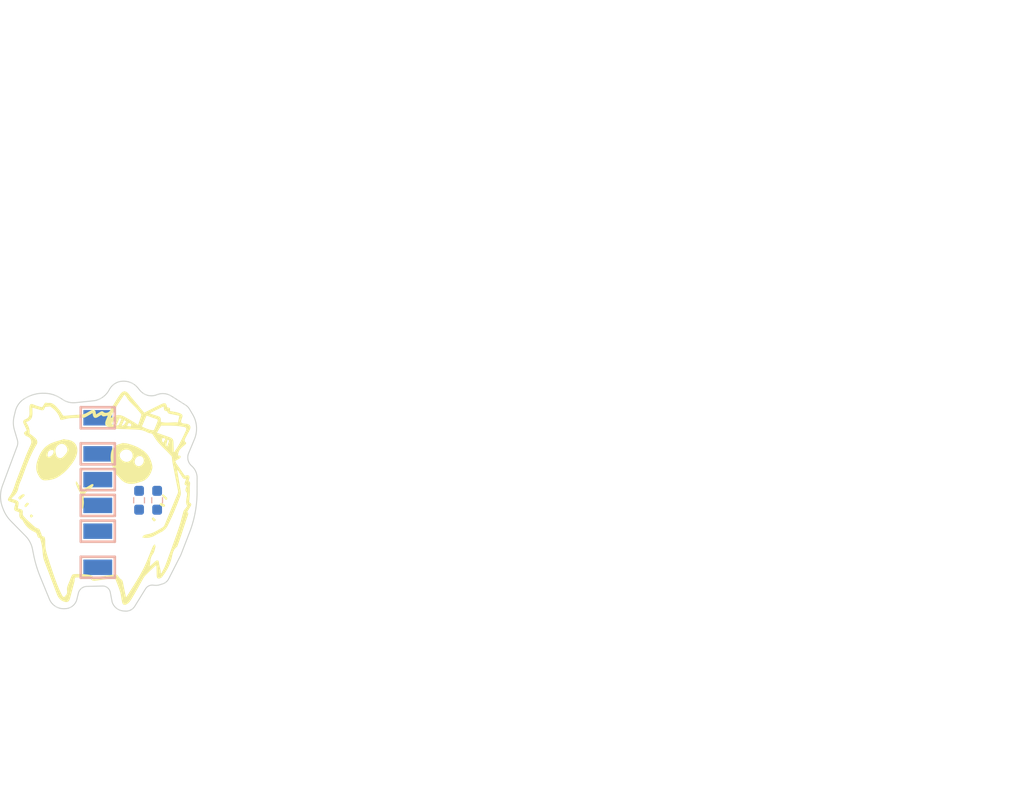
<source format=kicad_pcb>
(kicad_pcb (version 20240108) (generator "pcbnew") (generator_version "8.0")
  (layers (0 "F.Cu" signal) (31 "B.Cu" signal) (34 "B.Paste" user) (35 "F.Paste" user) (36 "B.SilkS" user "B.Silkscreen") (37 "F.SilkS" user "F.Silkscreen") (38 "B.Mask" user) (39 "F.Mask" user) (44 "Edge.Cuts" user))
  (net 0 "")
  (net 1 "GND")
  (net 2 "Net-(R1-Pad2)")
  (net 3 "Net-(R2-Pad2)")
  (net 4 "+3V3")
  (footprint "easyeda2kicad:SMD_RH-5015" (layer "B.Cu") (at 102.5 117.5)
    (property "Reference" "U2" (hide yes))
    (property "Value" "RH-5015")
    (pad "1" smd rect (at 0 0) (size 2.8 1.5) (layers "B.Cu" "B.Paste" "B.Mask") (net 1 "GND"))
  )
  (footprint "easyeda2kicad:SMD_RH-5015" (layer "B.Cu") (at 102.5 109 180)
    (property "Reference" "U4" (hide yes))
    (property "Value" "RH-5015")
    (pad "1" smd rect (at 0 0 180) (size 2.8 1.5) (layers "B.Cu" "B.Paste" "B.Mask") (net 3 "Net-(R2-Pad2)"))
  )
  (footprint "easyeda2kicad:SMD_RH-5015" (layer "B.Cu") (at 102.5 114 180)
    (property "Reference" "U6" (hide yes))
    (property "Value" "RH-5015")
    (pad "1" smd rect (at 0 0 180) (size 2.8 1.5) (layers "B.Cu" "B.Paste" "B.Mask") (net 1 "GND"))
  )
  (footprint "easyeda2kicad:SMD_RH-5015" (layer "B.Cu") (at 102.5 111.5 180)
    (property "Reference" "U5" (hide yes))
    (property "Value" "RH-5015")
    (pad "1" smd rect (at 0 0 180) (size 2.8 1.5) (layers "B.Cu" "B.Paste" "B.Mask") (net 4 "+3V3"))
  )
  (footprint "Resistor_SMD:R_0603_1608Metric_Pad0.98x0.95mm_HandSolder" (layer "B.Cu") (at 108.25 111 90)
    (property "Reference" "R1" (hide yes))
    (property "Value" "33k")
    (pad "1" smd roundrect (at -0.9125 0 90) (size 0.975 0.95) (layers "B.Cu" "B.Paste" "B.Mask") (net 1 "GND"))
    (pad "2" smd roundrect (at 0.9125 0 90) (size 0.975 0.95) (layers "B.Cu" "B.Paste" "B.Mask") (net 2 "Net-(R1-Pad2)"))
  )
  (footprint "Resistor_SMD:R_0603_1608Metric_Pad0.98x0.95mm_HandSolder" (layer "B.Cu") (at 106.5 111 90)
    (property "Reference" "R2" (hide yes))
    (property "Value" "33k")
    (pad "1" smd roundrect (at -0.9125 0 90) (size 0.975 0.95) (layers "B.Cu" "B.Paste" "B.Mask") (net 1 "GND"))
    (pad "2" smd roundrect (at 0.9125 0 90) (size 0.975 0.95) (layers "B.Cu" "B.Paste" "B.Mask") (net 3 "Net-(R2-Pad2)"))
  )
  (footprint "easyeda2kicad:SMD_RH-5015" (layer "B.Cu") (at 102.5 103)
    (property "Reference" "U1" (hide yes))
    (property "Value" "RH-5015")
    (pad "1" smd rect (at 0 0) (size 2.8 1.5) (layers "B.Cu" "B.Paste" "B.Mask") (net 1 "GND"))
  )
  (footprint "easyeda2kicad:SMD_RH-5015" (layer "B.Cu") (at 102.5 106.5 180)
    (property "Reference" "U3" (hide yes))
    (property "Value" "RH-5015")
    (pad "1" smd rect (at 0 0 180) (size 2.8 1.5) (layers "B.Cu" "B.Paste" "B.Mask") (net 2 "Net-(R1-Pad2)"))
  )
  (gr_poly (pts (xy 99.278961 105.098537) (xy 99.335534 105.105665) (xy 99.392378 105.112067) (xy 99.506113 105.124585) (xy 99.562777 105.131669) (xy 99.619153 105.139947) (xy 99.675129 105.149904) (xy 99.702931 105.155663) (xy 99.73059 105.162024) (xy 99.785922 105.176664) (xy 99.839391 105.193339) (xy 99.890978 105.212011) (xy 99.940667 105.232641) (xy 99.988438 105.25519) (xy 100.034275 105.279619) (xy 100.078158 105.305889) (xy 100.12007 105.333961) (xy 100.159993 105.363796) (xy 100.197908 105.395357) (xy 100.233798 105.428603) (xy 100.267645 105.463495) (xy 100.29943 105.499996) (xy 100.329135 105.538066) (xy 100.356743 105.577667) (xy 100.382235 105.618759) (xy 100.405593 105.661303) (xy 100.4268 105.705261) (xy 100.445837 105.750595) (xy 100.462686 105.797264) (xy 100.477329 105.84523) (xy 100.489748 105.894455) (xy 100.499925 105.944899) (xy 100.507842 105.996524) (xy 100.513481 106.049291) (xy 100.516823 106.10316) (xy 100.517852 106.158094) (xy 100.516548 106.214053) (xy 100.512893 106.270998) (xy 100.50687 106.328891) (xy 100.498461 106.387693) (xy 100.487648 106.447364) (xy 100.466101 106.542283) (xy 100.440142 106.63478) (xy 100.410046 106.724993) (xy 100.376087 106.813058) (xy 100.338543 106.899113) (xy 100.297688 106.983295) (xy 100.253797 107.065741) (xy 100.207146 107.146588) (xy 100.15801 107.225974) (xy 100.106666 107.304036) (xy 100.053387 107.380911) (xy 99.998451 107.456737) (xy 99.884705 107.605786) (xy 99.767631 107.752284) (xy 99.703083 107.83043) (xy 99.63714 107.9072) (xy 99.569765 107.982529) (xy 99.500918 108.056352) (xy 99.430561 108.128602) (xy 99.358655 108.199216) (xy 99.285163 108.268126) (xy 99.210045 108.335268) (xy 99.133264 108.400577) (xy 99.054779 108.463987) (xy 98.974554 108.525433) (xy 98.89255 108.584849) (xy 98.808727 108.64217) (xy 98.723048 108.697331) (xy 98.635474 108.750266) (xy 98.545967 108.80091) (xy 98.478741 108.835978) (xy 98.410894 108.868098) (xy 98.342446 108.897382) (xy 98.273421 108.923941) (xy 98.203841 108.947888) (xy 98.133729 108.969334) (xy 98.063106 108.98839) (xy 97.991996 109.005168) (xy 97.920421 109.01978) (xy 97.848403 109.032337) (xy 97.775965 109.042952) (xy 97.70313 109.051734) (xy 97.629919 109.058797) (xy 97.556355 109.064252) (xy 97.40826 109.070784) (xy 97.371141 109.070828) (xy 97.335424 109.069082) (xy 97.301064 109.065604) (xy 97.268017 109.060454) (xy 97.236238 109.053693) (xy 97.205682 109.045378) (xy 97.176304 109.03557) (xy 97.14806 109.024328) (xy 97.120905 109.011711) (xy 97.094794 108.99778) (xy 97.069682 108.982592) (xy 97.045524 108.966208) (xy 97.022277 108.948687) (xy 96.999894 108.930089) (xy 96.978332 108.910473) (xy 96.957545 108.889898) (xy 96.918118 108.846111) (xy 96.881256 108.799202) (xy 96.846601 108.749647) (xy 96.813794 108.697922) (xy 96.782478 108.644502) (xy 96.752294 108.589862) (xy 96.693889 108.478826) (xy 96.657785 108.404301) (xy 96.626562 108.329258) (xy 96.600071 108.253748) (xy 96.578164 108.177825) (xy 96.56069 108.10154) (xy 96.547501 108.024946) (xy 96.538446 107.948094) (xy 96.533378 107.871037) (xy 96.532145 107.793827) (xy 96.5346 107.716516) (xy 96.540593 107.639156) (xy 96.549974 107.561801) (xy 96.562594 107.484501) (xy 96.578304 107.407309) (xy 96.596955 107.330277) (xy 96.618396 107.253458) (xy 96.664326 107.106127) (xy 96.714158 106.961464) (xy 96.768314 106.819869) (xy 96.827215 106.681745) (xy 96.837825 106.659512) (xy 97.623986 106.659512) (xy 97.624368 106.670002) (xy 97.625153 106.67994) (xy 97.626337 106.689335) (xy 97.627916 106.698196) (xy 97.629889 106.706535) (xy 97.63225 106.714359) (xy 97.634998 106.721681) (xy 97.638128 106.728508) (xy 97.641637 106.734851) (xy 97.645523 106.740719) (xy 97.64978 106.746124) (xy 97.654408 106.751073) (xy 97.659401 106.755577) (xy 97.664756 106.759646) (xy 97.670471 106.76329) (xy 97.676542 106.766518) (xy 97.682966 106.76934) (xy 97.689739 106.771766) (xy 97.696858 106.773806) (xy 97.70432 106.77547) (xy 97.712121 106.776766) (xy 97.720258 106.777706) (xy 97.737526 106.778554) (xy 97.756099 106.778091) (xy 97.782914 106.776367) (xy 97.809476 106.772581) (xy 97.835727 106.766829) (xy 97.861608 106.759204) (xy 97.887059 106.749803) (xy 97.912021 106.73872) (xy 97.936436 106.726051) (xy 97.960243 106.711891) (xy 97.983385 106.696334) (xy 98.005802 106.679476) (xy 98.027436 106.661412) (xy 98.048226 106.642237) (xy 98.068114 106.622045) (xy 98.08704 106.600934) (xy 98.104947 106.578996) (xy 98.121774 106.556327) (xy 98.137462 106.533023) (xy 98.151953 106.509179) (xy 98.165188 106.484889) (xy 98.177107 106.460248) (xy 98.187651 106.435352) (xy 98.196761 106.410297) (xy 98.204379 106.385176) (xy 98.210444 106.360085) (xy 98.214899 106.335119) (xy 98.217683 106.310373) (xy 98.218739 106.285942) (xy 98.218006 106.261922) (xy 98.216502 106.248221) (xy 98.38845 106.248221) (xy 98.388629 106.248221) (xy 98.428139 106.420288) (xy 98.451731 106.521221) (xy 98.477176 106.626221) (xy 98.483773 106.64918) (xy 98.491902 106.671404) (xy 98.501489 106.692859) (xy 98.512455 106.713515) (xy 98.524727 106.733339) (xy 98.538226 106.752299) (xy 98.552878 106.770364) (xy 98.568605 106.787501) (xy 98.585332 106.803678) (xy 98.602983 106.818864) (xy 98.621481 106.833026) (xy 98.64075 106.846133) (xy 98.660713 106.858152) (xy 98.681296 106.869051) (xy 98.702421 106.878799) (xy 98.724012 106.887364) (xy 98.745994 106.894713) (xy 98.768289 106.900815) (xy 98.790822 106.905638) (xy 98.813517 106.909149) (xy 98.836297 106.911317) (xy 98.859087 106.912109) (xy 98.881809 106.911494) (xy 98.904388 106.90944) (xy 98.926748 106.905915) (xy 98.948812 106.900886) (xy 98.970505 106.894323) (xy 98.991749 106.886192) (xy 99.01247 106.876462) (xy 99.03259 106.865101) (xy 99.052033 106.852077) (xy 99.070724 106.837358) (xy 99.098326 106.813449) (xy 99.125624 106.789028) (xy 99.152598 106.76411) (xy 99.179229 106.738713) (xy 99.205499 106.712853) (xy 99.231389 106.686546) (xy 99.256878 106.659809) (xy 99.281948 106.632659) (xy 99.30658 106.605113) (xy 99.330755 106.577185) (xy 99.354453 106.548894) (xy 99.377655 106.520256) (xy 99.400343 106.491287) (xy 99.422496 106.462004) (xy 99.444097 106.432423) (xy 99.465126 106.402561) (xy 99.47903 106.381411) (xy 99.491745 106.359885) (xy 99.503282 106.338014) (xy 99.513651 106.315826) (xy 99.522863 106.293353) (xy 99.530929 106.270624) (xy 99.537859 106.247669) (xy 99.543665 106.224519) (xy 99.548357 106.201204) (xy 99.551946 106.177753) (xy 99.554442 106.154197) (xy 99.555857 106.130566) (xy 99.556201 106.10689) (xy 99.555485 106.083199) (xy 99.553719 106.059524) (xy 99.550915 106.035894) (xy 99.542234 105.98889) (xy 99.529528 105.942429) (xy 99.512882 105.896751) (xy 99.492383 105.852097) (xy 99.468117 105.808709) (xy 99.44017 105.766826) (xy 99.408628 105.72669) (xy 99.373577 105.688541) (xy 99.356907 105.672387) (xy 99.339788 105.657068) (xy 99.322241 105.64259) (xy 99.304289 105.628958) (xy 99.285954 105.616178) (xy 99.26726 105.604257) (xy 99.248227 105.593201) (xy 99.228879 105.583015) (xy 99.209237 105.573704) (xy 99.189325 105.565276) (xy 99.169165 105.557736) (xy 99.14878 105.55109) (xy 99.12819 105.545344) (xy 99.10742 105.540503) (xy 99.086492 105.536574) (xy 99.065427 105.533563) (xy 99.044248 105.531474) (xy 99.022979 105.530316) (xy 99.00164 105.530092) (xy 98.980255 105.53081) (xy 98.958846 105.532475) (xy 98.937435 105.535093) (xy 98.916045 105.53867) (xy 98.894699 105.543212) (xy 98.873418 105.548724) (xy 98.852225 105.555213) (xy 98.831142 105.562685) (xy 98.810193 105.571145) (xy 98.789399 105.580599) (xy 98.768782 105.591054) (xy 98.748366 105.602515) (xy 98.728172 105.614988) (xy 98.690089 105.640997) (xy 98.654112 105.668473) (xy 98.620271 105.697489) (xy 98.604161 105.712598) (xy 98.588596 105.728119) (xy 98.57358 105.744061) (xy 98.559117 105.760435) (xy 98.545211 105.777248) (xy 98.531865 105.794511) (xy 98.519083 105.812232) (xy 98.506869 105.830421) (xy 98.495227 105.849086) (xy 98.48416 105.868237) (xy 98.473673 105.887883) (xy 98.463769 105.908034) (xy 98.454452 105.928698) (xy 98.445725 105.949884) (xy 98.437593 105.971602) (xy 98.430059 105.993861) (xy 98.423126 106.016671) (xy 98.4168 106.040039) (xy 98.411083 106.063976) (xy 98.40598 106.088491) (xy 98.401493 106.113592) (xy 98.397628 106.139289) (xy 98.394387 106.165592) (xy 98.391775 106.192508) (xy 98.389794 106.220049) (xy 98.38845 106.248221) (xy 98.216502 106.248221) (xy 98.215426 106.238407) (xy 98.210939 106.215493) (xy 98.204487 106.193274) (xy 98.19601 106.171845) (xy 98.194653 106.169224) (xy 98.192975 106.166653) (xy 98.19099 106.164136) (xy 98.188716 106.161676) (xy 98.186168 106.159275) (xy 98.183363 106.156938) (xy 98.180317 106.154667) (xy 98.177046 106.152465) (xy 98.169892 106.148281) (xy 98.162031 106.144412) (xy 98.153592 106.140881) (xy 98.144703 106.137714) (xy 98.135494 106.134936) (xy 98.126093 106.132572) (xy 98.11663 106.130645) (xy 98.107234 106.129182) (xy 98.098033 106.128206) (xy 98.089156 106.127743) (xy 98.080732 106.127817) (xy 98.072891 106.128454) (xy 98.014228 106.136577) (xy 97.961538 106.145825) (xy 97.914427 106.156541) (xy 97.89284 106.162556) (xy 97.872499 106.169065) (xy 97.853357 106.176111) (xy 97.835363 106.183737) (xy 97.818468 106.191985) (xy 97.802623 106.200899) (xy 97.787778 106.21052) (xy 97.773885 106.220891) (xy 97.760893 106.232055) (xy 97.748755 106.244054) (xy 97.73742 106.256932) (xy 97.72684 106.27073) (xy 97.716964 106.285491) (xy 97.707744 106.301258) (xy 97.699131 106.318073) (xy 97.691076 106.335979) (xy 97.683528 106.355019) (xy 97.676439 106.375235) (xy 97.66344 106.419366) (xy 97.651686 106.468713) (xy 97.640781 106.523616) (xy 97.630332 106.584417) (xy 97.626549 106.611829) (xy 97.624442 106.636835) (xy 97.623986 106.659512) (xy 96.837825 106.659512) (xy 96.891282 106.547492) (xy 96.960938 106.417512) (xy 97.036603 106.292207) (xy 97.118699 106.171977) (xy 97.207647 106.057226) (xy 97.303868 105.948354) (xy 97.407785 105.845762) (xy 97.519818 105.749853) (xy 97.640389 105.661028) (xy 97.76992 105.579688) (xy 97.908831 105.506234) (xy 98.057544 105.44107) (xy 98.205032 105.385382) (xy 98.354106 105.33374) (xy 98.504415 105.285244) (xy 98.655611 105.238995) (xy 98.959266 105.149641) (xy 99.262275 105.058484)) (stroke (width -0.000001)) (fill solid) (layer "F.SilkS"))
  (gr_poly (pts (xy 96.241809 112.52517) (xy 96.241989 112.525346) (xy 96.0559 112.709319) (xy 96.046781 112.697404) (xy 96.037059 112.685534) (xy 96.016433 112.661879) (xy 95.995277 112.638269) (xy 95.984894 112.626455) (xy 95.974849 112.61462) (xy 95.965301 112.602755) (xy 95.956405 112.590848) (xy 95.94832 112.578888) (xy 95.941202 112.566866) (xy 95.938055 112.560828) (xy 95.935209 112.554771) (xy 95.932683 112.548692) (xy 95.930496 112.542591) (xy 95.92867 112.536467) (xy 95.927223 112.530317) (xy 95.926174 112.524141) (xy 95.925544 112.517938) (xy 95.925447 112.512679) (xy 95.925835 112.507388) (xy 95.926684 112.502065) (xy 95.927972 112.496713) (xy 95.929676 112.491333) (xy 95.931773 112.485926) (xy 95.934241 112.480495) (xy 95.937056 112.47504) (xy 95.940195 112.469563) (xy 95.943636 112.464065) (xy 95.951331 112.453015) (xy 95.959958 112.441901) (xy 95.969335 112.430736) (xy 95.979278 112.419531) (xy 95.989604 112.4083) (xy 96.010675 112.385804) (xy 96.021054 112.374564) (xy 96.031085 112.363345) (xy 96.040584 112.35216) (xy 96.049369 112.341021)) (stroke (width -0.000001)) (fill solid) (layer "F.SilkS"))
  (gr_poly (pts (xy 104.97962 105.446272) (xy 104.989254 105.463294) (xy 105.036645 105.46658) (xy 105.084264 105.468916) (xy 105.179574 105.473216) (xy 105.226958 105.47642) (xy 105.273959 105.481153) (xy 105.297267 105.484287) (xy 105.320422 105.488036) (xy 105.343404 105.492478) (xy 105.366195 105.497689) (xy 105.569607 105.552028) (xy 105.769833 105.61391) (xy 105.868672 105.647835) (xy 105.966617 105.683832) (xy 106.063636 105.721964) (xy 106.159698 105.762293) (xy 106.25477 105.804882) (xy 106.348819 105.849792) (xy 106.441814 105.897086) (xy 106.533721 105.946826) (xy 106.624509 105.999074) (xy 106.714146 106.053893) (xy 106.802599 106.111345) (xy 106.889835 106.171492) (xy 106.979713 106.238911) (xy 107.064295 106.309671) (xy 107.143718 106.383674) (xy 107.218119 106.460821) (xy 107.287635 106.541014) (xy 107.352401 106.624154) (xy 107.412556 106.710143) (xy 107.468235 106.798883) (xy 107.519575 106.890274) (xy 107.566713 106.984219) (xy 107.609786 107.08062) (xy 107.64893 107.179377) (xy 107.684282 107.280392) (xy 107.715979 107.383567) (xy 107.744158 107.488804) (xy 107.768955 107.596003) (xy 107.773794 107.620007) (xy 107.778107 107.644417) (xy 107.781861 107.669166) (xy 107.785026 107.694188) (xy 107.787571 107.719418) (xy 107.789466 107.744791) (xy 107.790678 107.770239) (xy 107.791177 107.795697) (xy 107.790932 107.821099) (xy 107.789912 107.84638) (xy 107.788085 107.871473) (xy 107.785422 107.896312) (xy 107.78189 107.920833) (xy 107.77746 107.944967) (xy 107.772099 107.968651) (xy 107.765777 107.991818) (xy 107.730386 108.103357) (xy 107.69124 108.211581) (xy 107.648079 108.316226) (xy 107.600643 108.417026) (xy 107.548671 108.513719) (xy 107.491902 108.606038) (xy 107.430075 108.693721) (xy 107.36293 108.776503) (xy 107.290206 108.854119) (xy 107.211642 108.926305) (xy 107.126978 108.992797) (xy 107.082276 109.023825) (xy 107.035952 109.05333) (xy 106.987973 109.08128) (xy 106.938305 109.10764) (xy 106.886917 109.132379) (xy 106.833776 109.155464) (xy 106.778849 109.17686) (xy 106.722103 109.196535) (xy 106.663507 109.214457) (xy 106.603027 109.230591) (xy 106.55707 109.242862) (xy 106.511464 109.256496) (xy 106.466098 109.271051) (xy 106.420861 109.286088) (xy 106.330325 109.315845) (xy 106.284803 109.329685) (xy 106.238964 109.342246) (xy 106.123059 109.369006) (xy 106.009015 109.389347) (xy 105.896893 109.403048) (xy 105.786754 109.40989) (xy 105.678661 109.409655) (xy 105.572676 109.402123) (xy 105.468859 109.387076) (xy 105.367273 109.364294) (xy 105.267979 109.333557) (xy 105.17104 109.294648) (xy 105.076516 109.247346) (xy 104.98447 109.191433) (xy 104.894963 109.12669) (xy 104.808057 109.052897) (xy 104.723814 108.969835) (xy 104.642295 108.877285) (xy 104.625536 108.857302) (xy 104.608426 108.83761) (xy 104.573317 108.798964) (xy 104.537299 108.76107) (xy 104.500701 108.723652) (xy 104.427093 108.649133) (xy 104.390743 108.611479) (xy 104.355136 108.573193) (xy 104.330568 108.546984) (xy 104.305228 108.52085) (xy 104.279834 108.49455) (xy 104.255104 108.467845) (xy 104.243212 108.454266) (xy 104.231754 108.440495) (xy 104.220821 108.426504) (xy 104.210503 108.412261) (xy 104.200888 108.397737) (xy 104.192066 108.382902) (xy 104.184127 108.367726) (xy 104.177162 108.352179) (xy 104.019095 107.974807) (xy 103.943167 107.785009) (xy 103.907604 107.689438) (xy 103.874259 107.593268) (xy 103.843597 107.496388) (xy 103.816083 107.398683) (xy 103.79218 107.300043) (xy 103.788071 107.279387) (xy 106.070514 107.279387) (xy 106.071041 107.300279) (xy 106.072541 107.320902) (xy 106.07499 107.341233) (xy 106.078367 107.361246) (xy 106.082647 107.380919) (xy 106.087809 107.400225) (xy 106.09383 107.419141) (xy 106.100686 107.437643) (xy 106.108356 107.455705) (xy 106.116816 107.473304) (xy 106.126043 107.490416) (xy 106.136016 107.507015) (xy 106.14671 107.523078) (xy 106.158104 107.53858) (xy 106.170174 107.553496) (xy 106.182898 107.567803) (xy 106.196252 107.581476) (xy 106.210215 107.59449) (xy 106.224764 107.606822) (xy 106.239875 107.618446) (xy 106.255526 107.629339) (xy 106.271694 107.639476) (xy 106.288356 107.648832) (xy 106.30549 107.657384) (xy 106.323073 107.665106) (xy 106.341082 107.671975) (xy 106.359494 107.677966) (xy 106.378286 107.683055) (xy 106.397436 107.687217) (xy 106.416922 107.690428) (xy 106.436719 107.692663) (xy 106.456806 107.693899) (xy 106.480555 107.693941) (xy 106.504217 107.692413) (xy 106.527749 107.689361) (xy 106.551106 107.684832) (xy 106.574247 107.678872) (xy 106.597127 107.67153) (xy 106.619704 107.662851) (xy 106.641935 107.652882) (xy 106.663775 107.641671) (xy 106.685184 107.629264) (xy 106.706116 107.615707) (xy 106.726529 107.601048) (xy 106.74638 107.585334) (xy 106.765625 107.568611) (xy 106.784222 107.550926) (xy 106.802128 107.532327) (xy 106.819298 107.512859) (xy 106.835691 107.492569) (xy 106.851262 107.471506) (xy 106.865969 107.449714) (xy 106.879769 107.427242) (xy 106.892618 107.404136) (xy 106.904474 107.380442) (xy 106.915292 107.356209) (xy 106.925031 107.331481) (xy 106.933646 107.306308) (xy 106.941095 107.280734) (xy 106.947335 107.254807) (xy 106.952322 107.228574) (xy 106.956013 107.202082) (xy 106.958365 107.175377) (xy 106.959335 107.148507) (xy 106.959054 107.125235) (xy 106.957761 107.102365) (xy 106.955478 107.07992) (xy 106.952227 107.057923) (xy 106.948028 107.036395) (xy 106.942903 107.015361) (xy 106.936873 106.994842) (xy 106.92996 106.974861) (xy 106.922184 106.955441) (xy 106.913566 106.936605) (xy 106.904129 106.918375) (xy 106.893893 106.900774) (xy 106.882879 106.883825) (xy 106.87111 106.86755) (xy 106.858605 106.851973) (xy 106.845386 106.837115) (xy 106.831476 106.823) (xy 106.816894 106.809651) (xy 106.801662 106.797089) (xy 106.785801 106.785338) (xy 106.769333 106.774421) (xy 106.752279 106.764359) (xy 106.73466 106.755177) (xy 106.716497 106.746896) (xy 106.697811 106.739539) (xy 106.678625 106.733129) (xy 106.658959 106.727688) (xy 106.638834 106.723241) (xy 106.618271 106.719808) (xy 106.597293 106.717413) (xy 106.575919 106.716078) (xy 106.554172 106.715826) (xy 106.53028 106.716919) (xy 106.506585 106.719508) (xy 106.483125 106.72355) (xy 106.459935 106.729002) (xy 106.437053 106.73582) (xy 106.414516 106.743963) (xy 106.392361 106.753386) (xy 106.370624 106.764047) (xy 106.349343 106.775902) (xy 106.328555 106.788909) (xy 106.308296 106.803026) (xy 106.288603 106.818207) (xy 106.269513 106.834412) (xy 106.251064 106.851596) (xy 106.233291 106.869717) (xy 106.216233 106.888731) (xy 106.199925 106.908596) (xy 106.184405 106.929268) (xy 106.16971 106.950705) (xy 106.155876 106.972864) (xy 106.142941 106.995701) (xy 106.130942 107.019174) (xy 106.119914 107.043239) (xy 106.109896 107.067853) (xy 106.100924 107.092974) (xy 106.093036 107.118558) (xy 106.086267 107.144563) (xy 106.080655 107.170945) (xy 106.076237 107.197662) (xy 106.073049 107.22467) (xy 106.071129 107.251926) (xy 106.070514 107.279387) (xy 103.788071 107.279387) (xy 103.772351 107.200353) (xy 103.757063 107.099501) (xy 103.746777 106.997376) (xy 103.741959 106.893863) (xy 103.743072 106.788851) (xy 103.751205 106.644565) (xy 104.628005 106.644565) (xy 104.628795 106.67483) (xy 104.631425 106.704934) (xy 104.63584 106.734825) (xy 104.641986 106.764452) (xy 104.649808 106.793761) (xy 104.65925 106.822702) (xy 104.670257 106.851221) (xy 104.682775 106.879266) (xy 104.696749 106.906786) (xy 104.712123 106.933728) (xy 104.728842 106.960041) (xy 104.746852 106.985672) (xy 104.766097 107.010568) (xy 104.786523 107.034679) (xy 104.808074 107.057951) (xy 104.830696 107.080332) (xy 104.854333 107.101771) (xy 104.878931 107.122215) (xy 104.904434 107.141613) (xy 104.930787 107.159911) (xy 104.957936 107.177059) (xy 104.985826 107.193003) (xy 105.014401 107.207692) (xy 105.043606 107.221073) (xy 105.073386 107.233095) (xy 105.103687 107.243705) (xy 105.134454 107.252851) (xy 105.165631 107.260482) (xy 105.197163 107.266544) (xy 105.228996 107.270985) (xy 105.261074 107.273755) (xy 105.293342 107.2748) (xy 105.3232 107.274166) (xy 105.352719 107.27196) (xy 105.381859 107.268223) (xy 105.410581 107.262995) (xy 105.438845 107.256317) (xy 105.466611 107.24823) (xy 105.493839 107.238773) (xy 105.520489 107.227988) (xy 105.546521 107.215915) (xy 105.571895 107.202594) (xy 105.596572 107.188067) (xy 105.620511 107.172373) (xy 105.643673 107.155553) (xy 105.666018 107.137647) (xy 105.687506 107.118697) (xy 105.708096 107.098743) (xy 105.72775 107.077824) (xy 105.746427 107.055983) (xy 105.764087 107.033259) (xy 105.780691 107.009692) (xy 105.796198 106.985324) (xy 105.810569 106.960195) (xy 105.823764 106.934346) (xy 105.835742 106.907816) (xy 105.846465 106.880647) (xy 105.855891 106.852879) (xy 105.863982 106.824552) (xy 105.870697 106.795708) (xy 105.875997 106.766386) (xy 105.879841 106.736628) (xy 105.882189 106.706473) (xy 105.883003 106.675962) (xy 105.882831 106.675962) (xy 105.882078 106.644661) (xy 105.879776 106.613849) (xy 105.875957 106.583558) (xy 105.870656 106.55382) (xy 105.863905 106.524668) (xy 105.85574 106.496133) (xy 105.846193 106.468247) (xy 105.835298 106.441044) (xy 105.823088 106.414554) (xy 105.809598 106.38881) (xy 105.79486 106.363845) (xy 105.778909 106.33969) (xy 105.761778 106.316377) (xy 105.743501 106.293939) (xy 105.724111 106.272407) (xy 105.703642 106.251815) (xy 105.682128 106.232193) (xy 105.659602 106.213575) (xy 105.636098 106.195992) (xy 105.611649 106.179476) (xy 105.586289 106.16406) (xy 105.560052 106.149775) (xy 105.532971 106.136655) (xy 105.505081 106.12473) (xy 105.476413 106.114033) (xy 105.447003 106.104597) (xy 105.416884 106.096453) (xy 105.38609 106.089633) (xy 105.354653 106.08417) (xy 105.322608 106.080096) (xy 105.289988 106.077443) (xy 105.256828 106.076242) (xy 105.226582 106.076639) (xy 105.1965 106.078625) (xy 105.166635 106.082153) (xy 105.137038 106.087177) (xy 105.107762 106.093649) (xy 105.078857 106.101523) (xy 105.050377 106.110751) (xy 105.022372 106.121287) (xy 104.994896 106.133084) (xy 104.967999 106.146095) (xy 104.941734 106.160274) (xy 104.916152 106.175572) (xy 104.891306 106.191944) (xy 104.867248 106.209342) (xy 104.844028 106.22772) (xy 104.8217 106.24703) (xy 104.800315 106.267226) (xy 104.779925 106.288261) (xy 104.760582 106.310088) (xy 104.742337 106.33266) (xy 104.725244 106.35593) (xy 104.709353 106.379851) (xy 104.694716 106.404377) (xy 104.681386 106.42946) (xy 104.669414 106.455053) (xy 104.658853 106.481111) (xy 104.649754 106.507585) (xy 104.642168 106.534429) (xy 104.636149 106.561595) (xy 104.631747 106.589038) (xy 104.629016 106.616711) (xy 104.628005 106.644565) (xy 103.751205 106.644565) (xy 103.75177 106.634542) (xy 103.758645 106.557765) (xy 103.76775 106.481613) (xy 103.779497 106.406365) (xy 103.794294 106.332301) (xy 103.812552 106.2597) (xy 103.834682 106.188844) (xy 103.861092 106.120012) (xy 103.892193 106.053483) (xy 103.928395 105.989537) (xy 103.970108 105.928454) (xy 103.993159 105.899074) (xy 104.017742 105.870514) (xy 104.043907 105.84281) (xy 104.071707 105.815997) (xy 104.101192 105.79011) (xy 104.132413 105.765183) (xy 104.165423 105.741252) (xy 104.200271 105.718351) (xy 104.243601 105.692672) (xy 104.288119 105.668887) (xy 104.333707 105.646809) (xy 104.380247 105.626249) (xy 104.427619 105.607018) (xy 104.475706 105.588927) (xy 104.573552 105.555412) (xy 104.772612 105.49377) (xy 104.871933 105.462625) (xy 104.969852 105.429251)) (stroke (width -0.000001)) (fill solid) (layer "F.SilkS"))
  (gr_poly (pts (xy 108.150657 112.920281) (xy 108.114173 112.946216) (xy 108.079338 112.971921) (xy 108.017839 113.018022) (xy 107.992789 113.036106) (xy 107.982041 113.043401) (xy 107.972613 113.049339) (xy 107.964604 113.053775) (xy 107.958117 113.056565) (xy 107.953251 113.057564) (xy 107.951457 113.057347) (xy 107.950107 113.056629) (xy 107.933855 113.04216) (xy 107.917788 113.027398) (xy 107.901926 113.012348) (xy 107.886288 112.997012) (xy 107.870893 112.981397) (xy 107.855763 112.965506) (xy 107.840915 112.949344) (xy 107.82637 112.932914) (xy 107.812148 112.916223) (xy 107.798268 112.899273) (xy 107.784749 112.882069) (xy 107.771612 112.864616) (xy 107.758876 112.846918) (xy 107.74656 112.82898) (xy 107.734685 112.810805) (xy 107.72327 112.792399) (xy 107.722663 112.790668) (xy 107.722675 112.788564) (xy 107.723275 112.786103) (xy 107.724435 112.783305) (xy 107.726124 112.780187) (xy 107.728313 112.776766) (xy 107.734072 112.769091) (xy 107.741476 112.760422) (xy 107.750287 112.750904) (xy 107.760268 112.740679) (xy 107.771183 112.729892) (xy 107.794865 112.707201) (xy 107.819438 112.683978) (xy 107.843006 112.661372) (xy 107.853821 112.650659) (xy 107.863674 112.640529)) (stroke (width -0.000001)) (fill solid) (layer "F.SilkS"))
  (gr_poly (pts (xy 100.588106 109.391766) (xy 100.62396 109.445656) (xy 100.66036 109.499132) (xy 100.69752 109.552029) (xy 100.735656 109.604182) (xy 100.784777 109.669622) (xy 100.828421 109.726505) (xy 100.867578 109.775027) (xy 100.885782 109.796213) (xy 100.903236 109.815382) (xy 100.920062 109.832558) (xy 100.936385 109.847765) (xy 100.952327 109.861028) (xy 100.968013 109.872372) (xy 100.983566 109.88182) (xy 100.99911 109.889397) (xy 101.014769 109.895128) (xy 101.030665 109.899037) (xy 101.046924 109.901147) (xy 101.063667 109.901484) (xy 101.08102 109.900073) (xy 101.099105 109.896936) (xy 101.118047 109.892099) (xy 101.137969 109.885587) (xy 101.158994 109.877422) (xy 101.181246 109.867631) (xy 101.204849 109.856237) (xy 101.229926 109.843265) (xy 101.284999 109.812682) (xy 101.418277 109.733651) (xy 101.539888 109.659138) (xy 101.661052 109.583897) (xy 101.721843 109.546686) (xy 101.782976 109.510112) (xy 101.8446 109.474447) (xy 101.906867 109.439965) (xy 101.911023 109.437895) (xy 101.915314 109.436077) (xy 101.919734 109.434499) (xy 101.924278 109.433147) (xy 101.933708 109.431079) (xy 101.943552 109.429776) (xy 101.953758 109.429141) (xy 101.964273 109.429079) (xy 101.975045 109.429492) (xy 101.986023 109.430285) (xy 102.008385 109.432625) (xy 102.030941 109.435326) (xy 102.053273 109.437618) (xy 102.064226 109.43837) (xy 102.074966 109.43873) (xy 102.074458 109.450107) (xy 102.074383 109.461882) (xy 102.075106 109.486234) (xy 102.07627 109.510998) (xy 102.077016 109.535391) (xy 102.076962 109.547202) (xy 102.07648 109.558626) (xy 102.075463 109.569563) (xy 102.073801 109.579917) (xy 102.071389 109.589589) (xy 102.069867 109.594139) (xy 102.068117 109.598481) (xy 102.066126 109.602603) (xy 102.063879 109.606494) (xy 102.061364 109.610141) (xy 102.058567 109.613531) (xy 101.960075 109.724782) (xy 101.910234 109.78062) (xy 101.859334 109.835206) (xy 101.833333 109.861703) (xy 101.806881 109.887494) (xy 101.779917 109.912449) (xy 101.752377 109.936437) (xy 101.724202 109.959327) (xy 101.695327 109.980989) (xy 101.665692 110.001293) (xy 101.635234 110.020106) (xy 101.597818 110.042683) (xy 101.561959 110.065834) (xy 101.527644 110.089565) (xy 101.49486 110.113878) (xy 101.463594 110.138778) (xy 101.433833 110.16427) (xy 101.405564 110.190357) (xy 101.378775 110.217043) (xy 101.353451 110.244333) (xy 101.329582 110.27223) (xy 101.307152 110.30074) (xy 101.28615 110.329865) (xy 101.266563 110.35961) (xy 101.248377 110.38998) (xy 101.23158 110.420978) (xy 101.216158 110.452609) (xy 101.2021 110.484876) (xy 101.189391 110.517784) (xy 101.178018 110.551337) (xy 101.16797 110.585539) (xy 101.159232 110.620395) (xy 101.151793 110.655907) (xy 101.145639 110.692081) (xy 101.140756 110.728921) (xy 101.137133 110.76643) (xy 101.134756 110.804613) (xy 101.133612 110.843474) (xy 101.133689 110.883018) (xy 101.134972 110.923247) (xy 101.137451 110.964167) (xy 101.145938 111.048095) (xy 101.149622 111.081923) (xy 101.152198 111.115926) (xy 101.153756 111.150083) (xy 101.154384 111.184374) (xy 101.15417 111.21878) (xy 101.153201 111.253282) (xy 101.149353 111.322489) (xy 101.143547 111.391837) (xy 101.136485 111.461166) (xy 101.121418 111.599132) (xy 101.119516 111.613444) (xy 101.116841 111.627676) (xy 101.113468 111.641838) (xy 101.109475 111.655937) (xy 101.10494 111.669982) (xy 101.09994 111.683979) (xy 101.094552 111.697938) (xy 101.088852 111.711866) (xy 101.07683 111.739662) (xy 101.064491 111.767431) (xy 101.052454 111.795237) (xy 101.041336 111.823144) (xy 100.971836 111.813972) (xy 100.971836 111.813973) (xy 100.907257 111.502692) (xy 100.891655 111.424789) (xy 100.87701 111.346754) (xy 100.863693 111.268537) (xy 100.852073 111.190088) (xy 100.833438 111.047996) (xy 100.825311 110.976495) (xy 100.818756 110.904912) (xy 100.81436 110.833412) (xy 100.812706 110.762159) (xy 100.813091 110.726678) (xy 100.814381 110.69132) (xy 100.816649 110.656107) (xy 100.819969 110.62106) (xy 100.823518 110.574966) (xy 100.823987 110.530265) (xy 100.821587 110.486841) (xy 100.816528 110.444573) (xy 100.809023 110.403342) (xy 100.799281 110.36303) (xy 100.787513 110.323518) (xy 100.773931 110.284688) (xy 100.758744 110.246419) (xy 100.742164 110.208594) (xy 100.724402 110.171094) (xy 100.705668 110.133799) (xy 100.66613 110.059351) (xy 100.625236 109.984299) (xy 100.588418 109.913409) (xy 100.553843 109.84124) (xy 100.521224 109.768) (xy 100.490274 109.693898) (xy 100.460705 109.619143) (xy 100.43223 109.543943) (xy 100.37741 109.393046) (xy 100.375568 109.387423) (xy 100.374001 109.381702) (xy 100.371639 109.369986) (xy 100.370221 109.357935) (xy 100.36964 109.345586) (xy 100.369793 109.332977) (xy 100.370573 109.320145) (xy 100.371875 109.307126) (xy 100.373595 109.293959) (xy 100.377866 109.267327) (xy 100.382545 109.240547) (xy 100.386789 109.213915) (xy 100.388486 109.200748) (xy 100.389759 109.187729) (xy 100.445846 109.175382)) (stroke (width -0.000001)) (fill solid) (layer "F.SilkS"))
  (gr_poly (pts (xy 108.688498 111.264846) (xy 108.733959 111.287805) (xy 108.821327 111.331971) (xy 108.863167 111.354067) (xy 108.903733 111.376765) (xy 108.942993 111.400509) (xy 108.962123 111.412912) (xy 108.980915 111.425744) (xy 108.983812 111.428004) (xy 108.986613 111.430638) (xy 108.989316 111.433622) (xy 108.991915 111.436934) (xy 108.994409 111.440553) (xy 108.996793 111.444456) (xy 109.001219 111.453026) (xy 109.005163 111.462467) (xy 109.008599 111.472603) (xy 109.011498 111.483256) (xy 109.013832 111.494249) (xy 109.015573 111.505405) (xy 109.016692 111.516548) (xy 109.017161 111.527499) (xy 109.016953 111.538084) (xy 109.016039 111.548123) (xy 109.014391 111.557441) (xy 109.013283 111.561774) (xy 109.011981 111.56586) (xy 109.010482 111.569677) (xy 109.008781 111.573204) (xy 109.006955 111.576262) (xy 109.004795 111.57925) (xy 109.002319 111.582164) (xy 108.999542 111.585002) (xy 108.996482 111.58776) (xy 108.993155 111.590435) (xy 108.989578 111.593025) (xy 108.985768 111.595525) (xy 108.977514 111.600246) (xy 108.968529 111.604572) (xy 108.958945 111.60848) (xy 108.948896 111.611943) (xy 108.938517 111.614937) (xy 108.927941 111.617437) (xy 108.917302 111.619417) (xy 108.906733 111.620853) (xy 108.896369 111.62172) (xy 108.886344 111.621992) (xy 108.87679 111.621644) (xy 108.867843 111.620652) (xy 108.833143 111.614896) (xy 108.798269 111.608112) (xy 108.763477 111.600145) (xy 108.729025 111.590842) (xy 108.712007 111.585643) (xy 108.695169 111.580052) (xy 108.678544 111.57405) (xy 108.662164 111.56762) (xy 108.646061 111.560741) (xy 108.630267 111.553394) (xy 108.614814 111.54556) (xy 108.599735 111.53722) (xy 108.594231 111.533877) (xy 108.58886 111.530302) (xy 108.583617 111.526507) (xy 108.578493 111.522504) (xy 108.568584 111.513912) (xy 108.559081 111.504616) (xy 108.549935 111.494701) (xy 108.541095 111.484256) (xy 108.53251 111.473368) (xy 108.524131 111.462123) (xy 108.507788 111.438915) (xy 108.491662 111.415331) (xy 108.47535 111.392069) (xy 108.466999 111.380778) (xy 108.45845 111.369829) (xy 108.642066 111.241065) (xy 108.641982 111.240888) (xy 108.641939 111.2408) (xy 108.641917 111.240756) (xy 108.641895 111.240712)) (stroke (width -0.000001)) (fill solid) (layer "F.SilkS"))
  (gr_poly (pts (xy 105.10568 100.438392) (xy 105.134789 100.441191) (xy 105.163949 100.446769) (xy 105.193182 100.455113) (xy 105.222511 100.46621) (xy 105.25196 100.480048) (xy 105.281551 100.496613) (xy 105.311308 100.515893) (xy 105.341254 100.537875) (xy 105.371411 100.562546) (xy 105.401802 100.589894) (xy 105.432452 100.619905) (xy 105.463382 100.652567) (xy 105.494616 100.687868) (xy 105.526176 100.725793) (xy 105.558087 100.766331) (xy 105.59037 100.809469) (xy 105.662907 100.90585) (xy 105.737811 101.000522) (xy 105.814538 101.093875) (xy 105.892545 101.1863) (xy 106.050224 101.369928) (xy 106.128808 101.461913) (xy 106.206497 101.554532) (xy 106.920162 102.420775) (xy 106.940875 102.445516) (xy 106.961239 102.469347) (xy 106.997951 102.511967) (xy 108.488254 101.761965) (xy 108.55643 101.727614) (xy 108.59065 101.710818) (xy 108.60785 101.702617) (xy 108.625133 101.694585) (xy 108.698437 101.662053) (xy 108.764852 101.635312) (xy 108.824814 101.614581) (xy 108.852512 101.606538) (xy 108.87876 101.600079) (xy 108.903613 101.595232) (xy 108.927126 101.592024) (xy 108.949352 101.590483) (xy 108.970348 101.590635) (xy 108.990166 101.592508) (xy 109.008863 101.59613) (xy 109.026491 101.601527) (xy 109.043107 101.608728) (xy 109.058763 101.617759) (xy 109.073516 101.628647) (xy 109.087419 101.641421) (xy 109.100528 101.656107) (xy 109.112896 101.672732) (xy 109.124578 101.691325) (xy 109.135629 101.711912) (xy 109.146103 101.73452) (xy 109.156055 101.759178) (xy 109.165539 101.785912) (xy 109.183323 101.845717) (xy 109.19989 101.914156) (xy 109.215679 101.991446) (xy 109.267994 101.999874) (xy 109.313981 102.007992) (xy 109.35399 102.016248) (xy 109.388368 102.025089) (xy 109.403555 102.029869) (xy 109.417466 102.034963) (xy 109.430143 102.040427) (xy 109.44163 102.046317) (xy 109.451972 102.052689) (xy 109.461211 102.059598) (xy 109.469392 102.0671) (xy 109.476557 102.075253) (xy 109.482751 102.08411) (xy 109.488017 102.093729) (xy 109.492399 102.104165) (xy 109.49594 102.115474) (xy 109.498684 102.127712) (xy 109.500674 102.140936) (xy 109.501955 102.155199) (xy 109.502569 102.17056) (xy 109.501973 102.204795) (xy 109.499234 102.244088) (xy 109.494703 102.288886) (xy 109.488727 102.339637) (xy 109.842012 102.407149) (xy 110.018581 102.441931) (xy 110.194637 102.47916) (xy 110.231445 102.488065) (xy 110.26804 102.498278) (xy 110.304407 102.509654) (xy 110.340533 102.522044) (xy 110.376402 102.535302) (xy 110.412 102.549282) (xy 110.447313 102.563837) (xy 110.482326 102.578819) (xy 110.52366 102.597723) (xy 110.54263 102.607181) (xy 110.560486 102.616683) (xy 110.577242 102.626254) (xy 110.59291 102.635925) (xy 110.607504 102.645722) (xy 110.621037 102.655675) (xy 110.633522 102.665811) (xy 110.644973 102.676158) (xy 110.655403 102.686746) (xy 110.664824 102.697602) (xy 110.67325 102.708754) (xy 110.680695 102.720231) (xy 110.687171 102.73206) (xy 110.692692 102.744271) (xy 110.697271 102.756891) (xy 110.700921 102.769948) (xy 110.703656 102.783472) (xy 110.705488 102.797489) (xy 110.70643 102.812028) (xy 110.706497 102.827118) (xy 110.705701 102.842786) (xy 110.704056 102.859061) (xy 110.701574 102.875971) (xy 110.698269 102.893545) (xy 110.694154 102.91181) (xy 110.689242 102.930795) (xy 110.677081 102.971038) (xy 110.661891 103.014498) (xy 110.640453 103.0727) (xy 110.629979 103.101928) (xy 110.61989 103.131267) (xy 110.610356 103.160738) (xy 110.601542 103.190362) (xy 110.593618 103.22016) (xy 110.58675 103.250153) (xy 110.58039 103.285401) (xy 110.5782 103.302112) (xy 110.576674 103.318224) (xy 110.575815 103.333743) (xy 110.575628 103.348676) (xy 110.576114 103.363031) (xy 110.577278 103.376813) (xy 110.579123 103.390031) (xy 110.581652 103.40269) (xy 110.584868 103.414798) (xy 110.588776 103.426361) (xy 110.593377 103.437387) (xy 110.598676 103.447882) (xy 110.604676 103.457854) (xy 110.61138 103.467308) (xy 110.618791 103.476253) (xy 110.626913 103.484694) (xy 110.635749 103.492639) (xy 110.645303 103.500095) (xy 110.655577 103.507068) (xy 110.666575 103.513565) (xy 110.678301 103.519594) (xy 110.690758 103.525161) (xy 110.703948 103.530273) (xy 110.717876 103.534936) (xy 110.732545 103.539159) (xy 110.747957 103.542947) (xy 110.781028 103.549247) (xy 110.817115 103.553893) (xy 110.892934 103.561786) (xy 110.96872 103.570341) (xy 111.044374 103.579888) (xy 111.119796 103.590758) (xy 111.14707 103.595494) (xy 111.173352 103.601094) (xy 111.198631 103.607546) (xy 111.222892 103.614838) (xy 111.246123 103.622958) (xy 111.268311 103.631894) (xy 111.289442 103.641634) (xy 111.309503 103.652166) (xy 111.328482 103.663477) (xy 111.346364 103.675555) (xy 111.363138 103.688389) (xy 111.378789 103.701966) (xy 111.393304 103.716274) (xy 111.406671 103.731301) (xy 111.418876 103.747035) (xy 111.429907 103.763464) (xy 111.439749 103.780575) (xy 111.44839 103.798357) (xy 111.455817 103.816798) (xy 111.462017 103.835884) (xy 111.466975 103.855605) (xy 111.47068 103.875948) (xy 111.473118 103.896901) (xy 111.474276 103.918451) (xy 111.474141 103.940588) (xy 111.4727 103.963298) (xy 111.469939 103.98657) (xy 111.465845 104.010391) (xy 111.460406 104.034749) (xy 111.453608 104.059632) (xy 111.445438 104.085029) (xy 111.435882 104.110927) (xy 111.420307 104.149276) (xy 111.403867 104.187287) (xy 111.368739 104.26243) (xy 111.331188 104.336627) (xy 111.291905 104.410147) (xy 111.210905 104.556243) (xy 111.170569 104.629361) (xy 111.131263 104.702885) (xy 111.104329 104.753165) (xy 111.076595 104.8032) (xy 111.021218 104.90335) (xy 110.994818 104.953869) (xy 110.970108 105.004955) (xy 110.95858 105.030774) (xy 110.947708 105.05681) (xy 110.937569 105.083089) (xy 110.928241 105.109636) (xy 110.924488 105.12315) (xy 110.921744 105.137876) (xy 110.919988 105.153589) (xy 110.919196 105.170063) (xy 110.919344 105.187071) (xy 110.920409 105.204387) (xy 110.922368 105.221785) (xy 110.925198 105.239039) (xy 110.928876 105.255923) (xy 110.933377 105.272211) (xy 110.93868 105.287677) (xy 110.94476 105.302095) (xy 110.951595 105.315238) (xy 110.959161 105.326881) (xy 110.963211 105.332069) (xy 110.967435 105.336798) (xy 110.971831 105.341038) (xy 110.976394 105.344761) (xy 110.990158 105.355383) (xy 111.002605 105.365758) (xy 111.013773 105.375896) (xy 111.023702 105.385808) (xy 111.032432 105.395503) (xy 111.040002 105.404993) (xy 111.046451 105.414288) (xy 111.051818 105.423398) (xy 111.056144 105.432332) (xy 111.059467 105.441103) (xy 111.061827 105.44972) (xy 111.063262 105.458193) (xy 111.063813 105.466532) (xy 111.063519 105.474749) (xy 111.062419 105.482853) (xy 111.060553 105.490855) (xy 111.05796 105.498765) (xy 111.054679 105.506593) (xy 111.050749 105.514349) (xy 111.046211 105.522045) (xy 111.041103 105.52969) (xy 111.035464 105.537295) (xy 111.022755 105.552425) (xy 111.008396 105.567518) (xy 110.992704 105.582657) (xy 110.95858 105.6134) (xy 110.907008 105.658136) (xy 110.854747 105.70227) (xy 110.750088 105.790428) (xy 110.698657 105.8353) (xy 110.648471 105.881265) (xy 110.623995 105.90479) (xy 110.600012 105.928748) (xy 110.576581 105.95319) (xy 110.553764 105.978171) (xy 110.515922 106.021467) (xy 110.482099 106.061937) (xy 110.451994 106.100196) (xy 110.425306 106.136857) (xy 110.401734 106.172536) (xy 110.380978 106.207846) (xy 110.362735 106.243402) (xy 110.346706 106.279817) (xy 110.332589 106.317706) (xy 110.320082 106.357683) (xy 110.308886 106.400362) (xy 110.298699 106.446358) (xy 110.289219 106.496284) (xy 110.280147 106.550755) (xy 110.26202 106.675787) (xy 110.269181 106.674858) (xy 110.276308 106.673755) (xy 110.290435 106.671209) (xy 110.304355 106.66851) (xy 110.318023 106.666019) (xy 110.324749 106.664965) (xy 110.331394 106.664099) (xy 110.337953 106.663466) (xy 110.344421 106.663111) (xy 110.350792 106.66308) (xy 110.357061 106.663418) (xy 110.36322 106.664169) (xy 110.369266 106.66538) (xy 110.416369 106.676647) (xy 110.441387 106.683165) (xy 110.453647 106.686696) (xy 110.465507 106.690427) (xy 110.476789 106.694374) (xy 110.487319 106.698549) (xy 110.49692 106.702969) (xy 110.505417 106.707647) (xy 110.512632 106.712598) (xy 110.515705 106.71518) (xy 110.518392 106.717836) (xy 110.52067 106.720568) (xy 110.522519 106.723376) (xy 110.523915 106.726264) (xy 110.524837 106.729233) (xy 110.526743 106.739843) (xy 110.527846 106.751204) (xy 110.52817 106.763168) (xy 110.52774 106.77559) (xy 110.526579 106.788321) (xy 110.524711 106.801215) (xy 110.52216 106.814126) (xy 110.518951 106.826907) (xy 110.515107 106.839411) (xy 110.510653 106.851491) (xy 110.505612 106.863001) (xy 110.500008 106.873794) (xy 110.493866 106.883722) (xy 110.48721 106.892639) (xy 110.483696 106.896673) (xy 110.480063 106.900399) (xy 110.476313 106.903799) (xy 110.47245 106.906855) (xy 110.420129 106.943747) (xy 110.366287 106.979246) (xy 110.310825 107.013893) (xy 110.253642 107.048231) (xy 110.005729 107.19331) (xy 110.020207 107.225896) (xy 110.034136 107.259037) (xy 110.061931 107.325821) (xy 110.076586 107.358887) (xy 110.092272 107.39135) (xy 110.100626 107.407264) (xy 110.109385 107.422919) (xy 110.118599 107.438278) (xy 110.128318 107.453306) (xy 110.307592 107.717508) (xy 110.48857 107.980618) (xy 110.851333 108.506343) (xy 110.870375 108.533906) (xy 110.879756 108.546796) (xy 110.889233 108.558932) (xy 110.898948 108.570192) (xy 110.909045 108.580456) (xy 110.914281 108.585177) (xy 110.919665 108.589604) (xy 110.925216 108.593721) (xy 110.930952 108.597514) (xy 110.936889 108.600967) (xy 110.943046 108.604066) (xy 110.949441 108.606795) (xy 110.956091 108.609139) (xy 110.963014 108.611084) (xy 110.970229 108.612613) (xy 110.977752 108.613713) (xy 110.985602 108.614367) (xy 110.993797 108.614562) (xy 111.002354 108.614281) (xy 111.01129 108.613509) (xy 111.020625 108.612233) (xy 111.030375 108.610435) (xy 111.040559 108.608103) (xy 111.051193 108.605219) (xy 111.062297 108.60177) (xy 111.084817 108.594814) (xy 111.106595 108.589053) (xy 111.127623 108.584471) (xy 111.147889 108.581055) (xy 111.167385 108.57879) (xy 111.186099 108.577661) (xy 111.204022 108.577656) (xy 111.221143 108.578759) (xy 111.237453 108.580957) (xy 111.252941 108.584234) (xy 111.267598 108.588577) (xy 111.281412 108.593972) (xy 111.294374 108.600403) (xy 111.306475 108.607858) (xy 111.317703 108.616322) (xy 111.328048 108.62578) (xy 111.337501 108.636219) (xy 111.346052 108.647624) (xy 111.35369 108.65998) (xy 111.360405 108.673274) (xy 111.366187 108.687491) (xy 111.371027 108.702618) (xy 111.374913 108.718639) (xy 111.377836 108.735541) (xy 111.379785 108.753309) (xy 111.380751 108.771929) (xy 111.380724 108.791388) (xy 111.379693 108.811669) (xy 111.377648 108.83276) (xy 111.374579 108.854647) (xy 111.370476 108.877314) (xy 111.365329 108.900748) (xy 111.358328 108.928262) (xy 111.350631 108.955728) (xy 111.342351 108.983282) (xy 111.333602 109.011056) (xy 111.296184 109.127054) (xy 111.312683 109.135831) (xy 111.328009 109.144898) (xy 111.342201 109.154249) (xy 111.355295 109.163881) (xy 111.36733 109.173791) (xy 111.378345 109.183974) (xy 111.388378 109.194428) (xy 111.397466 109.205147) (xy 111.405648 109.216128) (xy 111.412963 109.227368) (xy 111.419447 109.238863) (xy 111.42514 109.250608) (xy 111.430079 109.262601) (xy 111.434302 109.274837) (xy 111.437849 109.287313) (xy 111.440756 109.300024) (xy 111.443062 109.312968) (xy 111.444806 109.326139) (xy 111.446024 109.339536) (xy 111.446756 109.353153) (xy 111.446914 109.381033) (xy 111.445583 109.409752) (xy 111.443068 109.439277) (xy 111.439675 109.469579) (xy 111.431476 109.532394) (xy 111.426293 109.576694) (xy 111.42236 109.621149) (xy 111.419537 109.665742) (xy 111.417686 109.710458) (xy 111.41634 109.800197) (xy 111.417208 109.890241) (xy 111.421129 110.070752) (xy 111.421954 110.160971) (xy 111.420536 110.250999) (xy 111.417311 110.333724) (xy 111.413066 110.416407) (xy 111.402324 110.581683) (xy 111.377498 110.912102) (xy 111.372043 110.978179) (xy 111.365613 111.043975) (xy 111.352275 111.173863) (xy 111.395592 111.202874) (xy 111.433529 111.230232) (xy 111.45051 111.243408) (xy 111.466182 111.256311) (xy 111.480557 111.268988) (xy 111.493645 111.281487) (xy 111.50546 111.293854) (xy 111.516013 111.306136) (xy 111.525316 111.31838) (xy 111.53338 111.330634) (xy 111.540218 111.342943) (xy 111.545841 111.355356) (xy 111.550261 111.367918) (xy 111.553491 111.380678) (xy 111.555541 111.393681) (xy 111.556423 111.406975) (xy 111.55615 111.420607) (xy 111.554733 111.434624) (xy 111.552184 111.449073) (xy 111.548515 111.464) (xy 111.543738 111.479453) (xy 111.537864 111.495478) (xy 111.530906 111.512124) (xy 111.522875 111.529435) (xy 111.513782 111.547461) (xy 111.503641 111.566246) (xy 111.480258 111.606287) (xy 111.452819 111.649933) (xy 111.414565 111.710178) (xy 111.377008 111.771099) (xy 111.302866 111.895224) (xy 111.150661 112.154404) (xy 111.164857 112.160749) (xy 111.177999 112.167186) (xy 111.190116 112.173723) (xy 111.201239 112.180366) (xy 111.211397 112.187123) (xy 111.220623 112.194001) (xy 111.228945 112.201007) (xy 111.236394 112.208147) (xy 111.243 112.215429) (xy 111.248795 112.222859) (xy 111.253807 112.230445) (xy 111.258068 112.238194) (xy 111.261608 112.246112) (xy 111.264456 112.254206) (xy 111.266644 112.262484) (xy 111.268202 112.270952) (xy 111.26916 112.279618) (xy 111.269548 112.288488) (xy 111.269397 112.29757) (xy 111.268736 112.30687) (xy 111.267598 112.316395) (xy 111.266011 112.326152) (xy 111.264005 112.336149) (xy 111.261613 112.346392) (xy 111.255786 112.367644) (xy 111.248772 112.389965) (xy 111.232154 112.438036) (xy 111.06251 112.933167) (xy 110.899067 113.430463) (xy 110.574581 114.425931) (xy 110.487214 114.680812) (xy 110.396625 114.934635) (xy 110.212455 115.441221) (xy 110.209093 115.450137) (xy 110.205335 115.459169) (xy 110.203299 115.463671) (xy 110.201152 115.468134) (xy 110.198891 115.472535) (xy 110.196512 115.476852) (xy 110.194011 115.481061) (xy 110.191385 115.485139) (xy 110.188629 115.489065) (xy 110.185739 115.492815) (xy 110.182712 115.496366) (xy 110.179543 115.499697) (xy 110.17623 115.502783) (xy 110.172767 115.505603) (xy 110.135642 115.534978) (xy 110.100673 115.565362) (xy 110.067774 115.596712) (xy 110.036858 115.628986) (xy 110.007836 115.662139) (xy 109.980622 115.69613) (xy 109.955129 115.730915) (xy 109.93127 115.766451) (xy 109.908957 115.802695) (xy 109.888104 115.839605) (xy 109.850426 115.915248) (xy 109.817539 115.993036) (xy 109.788745 116.072625) (xy 109.763348 116.153671) (xy 109.74065 116.235831) (xy 109.70056 116.402115) (xy 109.662897 116.568726) (xy 109.643232 116.651294) (xy 109.622081 116.732912) (xy 109.587586 116.851951) (xy 109.549666 116.969014) (xy 109.508443 117.084176) (xy 109.464039 117.197515) (xy 109.416578 117.309109) (xy 109.366181 117.419034) (xy 109.312969 117.527369) (xy 109.257067 117.634189) (xy 109.198595 117.739573) (xy 109.137675 117.843597) (xy 109.074431 117.946339) (xy 109.008985 118.047877) (xy 108.871972 118.247646) (xy 108.727615 118.443523) (xy 108.721039 118.451755) (xy 108.71396 118.459843) (xy 108.698392 118.475556) (xy 108.681109 118.490592) (xy 108.662305 118.504887) (xy 108.642178 118.518372) (xy 108.620922 118.530981) (xy 108.598735 118.542647) (xy 108.575812 118.553303) (xy 108.55235 118.562882) (xy 108.528544 118.571317) (xy 108.504591 118.578541) (xy 108.480687 118.584487) (xy 108.457028 118.589089) (xy 108.433809 118.59228) (xy 108.411228 118.593991) (xy 108.38948 118.594158) (xy 108.375674 118.593287) (xy 108.362587 118.591526) (xy 108.350199 118.588909) (xy 108.33849 118.585471) (xy 108.327442 118.581249) (xy 108.317036 118.576276) (xy 108.307251 118.570588) (xy 108.298069 118.564221) (xy 108.28947 118.55721) (xy 108.281435 118.549589) (xy 108.273944 118.541395) (xy 108.266978 118.532661) (xy 108.260518 118.523424) (xy 108.254545 118.513719) (xy 108.249039 118.50358) (xy 108.24398 118.493044) (xy 108.23935 118.482144) (xy 108.235129 118.470917) (xy 108.231297 118.459398) (xy 108.227836 118.447622) (xy 108.224726 118.435624) (xy 108.221947 118.423439) (xy 108.217308 118.398649) (xy 108.213763 118.373535) (xy 108.211158 118.348378) (xy 108.209338 118.32346) (xy 108.208148 118.299062) (xy 108.20487 118.199159) (xy 108.202659 118.099216) (xy 108.200345 117.899255) (xy 108.199021 117.699262) (xy 108.196506 117.499319) (xy 108.196167 117.49041) (xy 108.19549 117.481411) (xy 108.19449 117.472226) (xy 108.193181 117.462756) (xy 108.191576 117.452904) (xy 108.189689 117.442571) (xy 108.185127 117.420075) (xy 108.173238 117.365026) (xy 108.166134 117.330909) (xy 108.158405 117.291357) (xy 107.889281 117.543702) (xy 107.766641 117.659034) (xy 107.647937 117.771837) (xy 107.365957 118.040653) (xy 107.296087 118.108466) (xy 107.226877 118.176896) (xy 107.158531 118.246127) (xy 107.091255 118.316347) (xy 107.07551 118.333559) (xy 107.060208 118.351241) (xy 107.045324 118.369355) (xy 107.030835 118.387867) (xy 107.016716 118.406741) (xy 107.002943 118.425941) (xy 106.976336 118.465175) (xy 106.950821 118.505286) (xy 106.926203 118.545989) (xy 106.902287 118.586996) (xy 106.878879 118.628025) (xy 106.386141 119.510649) (xy 106.137521 119.950531) (xy 106.010624 120.168892) (xy 105.881229 120.385734) (xy 105.768453 120.575497) (xy 105.709763 120.66983) (xy 105.67904 120.716108) (xy 105.647094 120.761507) (xy 105.613694 120.805813) (xy 105.578612 120.84881) (xy 105.541619 120.890284) (xy 105.502485 120.930021) (xy 105.460982 120.967805) (xy 105.416879 121.003422) (xy 105.369949 121.036658) (xy 105.319961 121.067296) (xy 105.275188 121.091) (xy 105.253577 121.101148) (xy 105.232485 121.110153) (xy 105.211913 121.118008) (xy 105.191862 121.124707) (xy 105.172332 121.130244) (xy 105.153325 121.134614) (xy 105.134842 121.13781) (xy 105.116884 121.139826) (xy 105.099451 121.140656) (xy 105.082545 121.140294) (xy 105.066167 121.138735) (xy 105.050318 121.135971) (xy 105.034999 121.131997) (xy 105.02021 121.126807) (xy 105.005953 121.120395) (xy 104.992228 121.112754) (xy 104.979038 121.10388) (xy 104.966382 121.093765) (xy 104.954262 121.082404) (xy 104.942679 121.06979) (xy 104.931633 121.055918) (xy 104.921126 121.040782) (xy 104.911159 121.024375) (xy 104.901733 121.006692) (xy 104.892848 120.987726) (xy 104.884506 120.967471) (xy 104.876708 120.945922) (xy 104.869455 120.923073) (xy 104.862747 120.898916) (xy 104.856586 120.873447) (xy 104.830475 120.747599) (xy 104.807666 120.620884) (xy 104.766188 120.366486) (xy 104.744632 120.239616) (xy 104.720607 120.113509) (xy 104.692671 119.988571) (xy 104.676786 119.926669) (xy 104.659381 119.865211) (xy 104.610565 119.709133) (xy 104.557975 119.55417) (xy 104.5023 119.400129) (xy 104.444232 119.246817) (xy 104.201831 118.637022) (xy 104.200254 118.633557) (xy 104.19828 118.630113) (xy 104.195929 118.626696) (xy 104.193223 118.623313) (xy 104.190179 118.619972) (xy 104.18682 118.61668) (xy 104.183164 118.613443) (xy 104.179231 118.610269) (xy 104.170618 118.604135) (xy 104.161139 118.598336) (xy 104.150956 118.592927) (xy 104.140227 118.587964) (xy 104.129115 118.583503) (xy 104.117778 118.5796) (xy 104.106376 118.576313) (xy 104.095071 118.573695) (xy 104.084023 118.571804) (xy 104.07339 118.570696) (xy 104.06828 118.570453) (xy 104.063335 118.570427) (xy 104.058573 118.570624) (xy 104.054016 118.571052) (xy 103.165966 118.683279) (xy 102.278846 118.803178) (xy 102.247759 118.807225) (xy 102.217149 118.810512) (xy 102.187036 118.81286) (xy 102.157437 118.814088) (xy 102.128371 118.814015) (xy 102.099857 118.812463) (xy 102.071914 118.809249) (xy 102.044559 118.804194) (xy 102.017813 118.797117) (xy 101.991692 118.787838) (xy 101.978873 118.782317) (xy 101.966217 118.776178) (xy 101.953726 118.769397) (xy 101.941405 118.761954) (xy 101.929253 118.753825) (xy 101.917274 118.744988) (xy 101.905471 118.735419) (xy 101.893845 118.725098) (xy 101.882399 118.714) (xy 101.871135 118.702104) (xy 101.860055 118.689387) (xy 101.849163 118.675827) (xy 101.842912 118.66824) (xy 101.836097 118.660955) (xy 101.828766 118.65397) (xy 101.820965 118.647279) (xy 101.812742 118.64088) (xy 101.804145 118.634769) (xy 101.795221 118.628942) (xy 101.786018 118.623395) (xy 101.776584 118.618126) (xy 101.766966 118.61313) (xy 101.757211 118.608404) (xy 101.747368 118.603943) (xy 101.737483 118.599746) (xy 101.727605 118.595807) (xy 101.71778 118.592123) (xy 101.708057 118.588691) (xy 101.625703 118.562753) (xy 101.54297 118.541235) (xy 101.459894 118.523748) (xy 101.376509 118.509903) (xy 101.29285 118.499314) (xy 101.208952 118.49159) (xy 101.124851 118.486345) (xy 101.04058 118.483189) (xy 100.87167 118.481592) (xy 100.702502 118.483693) (xy 100.533354 118.486385) (xy 100.364505 118.486562) (xy 100.360898 118.486779) (xy 100.357194 118.487515) (xy 100.353404 118.488746) (xy 100.349538 118.490449) (xy 100.345606 118.492602) (xy 100.341621 118.49518) (xy 100.337591 118.498161) (xy 100.333528 118.501522) (xy 100.329442 118.505239) (xy 100.325345 118.50929) (xy 100.321245 118.513651) (xy 100.317155 118.518299) (xy 100.309043 118.528364) (xy 100.301095 118.539301) (xy 100.293395 118.550925) (xy 100.286028 118.563049) (xy 100.279079 118.57549) (xy 100.272631 118.588062) (xy 100.266771 118.60058) (xy 100.261582 118.61286) (xy 100.25715 118.624716) (xy 100.253559 118.635963) (xy 100.250587 118.648491) (xy 100.248652 118.66131) (xy 100.247609 118.67438) (xy 100.247311 118.687661) (xy 100.247614 118.701114) (xy 100.248372 118.714699) (xy 100.250671 118.742105) (xy 100.253044 118.76956) (xy 100.253895 118.783206) (xy 100.254328 118.796746) (xy 100.254198 118.810139) (xy 100.253359 118.823345) (xy 100.251666 118.836325) (xy 100.248973 118.849039) (xy 100.029126 119.687919) (xy 99.802532 120.525079) (xy 99.79377 120.555242) (xy 99.784511 120.583959) (xy 99.77474 120.611239) (xy 99.764447 120.637094) (xy 99.753618 120.661535) (xy 99.742241 120.684572) (xy 99.730303 120.706215) (xy 99.717793 120.726476) (xy 99.704697 120.745364) (xy 99.691003 120.762892) (xy 99.676698 120.779068) (xy 99.661771 120.793905) (xy 99.646208 120.807412) (xy 99.629998 120.819601) (xy 99.613127 120.830481) (xy 99.595584 120.840064) (xy 99.577355 120.84836) (xy 99.558429 120.855381) (xy 99.538792 120.861135) (xy 99.518433 120.865636) (xy 99.497339 120.868892) (xy 99.475497 120.870914) (xy 99.452895 120.871714) (xy 99.429521 120.871301) (xy 99.405361 120.869688) (xy 99.380404 120.866883) (xy 99.354638 120.862898) (xy 99.328048 120.857744) (xy 99.300624 120.851431) (xy 99.272353 120.843969) (xy 99.213218 120.825645) (xy 99.179801 120.813727) (xy 99.147335 120.800874) (xy 99.115804 120.78711) (xy 99.08519 120.772456) (xy 99.055475 120.756934) (xy 99.026641 120.740568) (xy 98.998672 120.72338) (xy 98.97155 120.705392) (xy 98.919774 120.667108) (xy 98.871175 120.625894) (xy 98.825612 120.581931) (xy 98.782945 120.535399) (xy 98.743032 120.486477) (xy 98.705735 120.435345) (xy 98.670913 120.382184) (xy 98.638425 120.327173) (xy 98.608131 120.270491) (xy 98.57989 120.212319) (xy 98.553564 120.152837) (xy 98.52901 120.092224) (xy 97.320045 116.904184) (xy 97.290352 116.822727) (xy 97.264647 116.740899) (xy 97.242547 116.658734) (xy 97.223665 116.576265) (xy 97.207618 116.493526) (xy 97.194019 116.410551) (xy 97.172629 116.24403) (xy 97.156414 116.076971) (xy 97.142296 115.909645) (xy 97.127194 115.742324) (xy 97.108028 115.575277) (xy 97.09187 115.468974) (xy 97.072196 115.363126) (xy 97.04974 115.257642) (xy 97.025235 115.152431) (xy 96.921405 114.732494) (xy 96.919981 114.727283) (xy 96.918118 114.721824) (xy 96.915854 114.716194) (xy 96.913231 114.71047) (xy 96.910287 114.704731) (xy 96.907062 114.699054) (xy 96.903597 114.693518) (xy 96.899931 114.688199) (xy 96.896103 114.683175) (xy 96.892155 114.678525) (xy 96.888124 114.674326) (xy 96.884051 114.670656) (xy 96.879976 114.667593) (xy 96.877951 114.666313) (xy 96.875939 114.665214) (xy 96.873947 114.664306) (xy 96.87198 114.663598) (xy 96.870041 114.6631) (xy 96.868137 114.662821) (xy 96.850279 114.660786) (xy 96.833458 114.657941) (xy 96.817635 114.654317) (xy 96.802771 114.649945) (xy 96.788829 114.644856) (xy 96.775769 114.639081) (xy 96.763553 114.632651) (xy 96.752142 114.625595) (xy 96.741499 114.617945) (xy 96.731584 114.609733) (xy 96.72236 114.600987) (xy 96.713787 114.591741) (xy 96.705828 114.582023) (xy 96.698443 114.571865) (xy 96.691595 114.561298) (xy 96.685244 114.550352) (xy 96.679353 114.539058) (xy 96.673883 114.527448) (xy 96.664051 114.503398) (xy 96.655442 114.478451) (xy 96.647747 114.452851) (xy 96.619956 114.348851) (xy 96.612508 114.325142) (xy 96.604231 114.302603) (xy 96.595087 114.281185) (xy 96.585041 114.260844) (xy 96.574056 114.241532) (xy 96.562098 114.223203) (xy 96.549128 114.20581) (xy 96.535111 114.189308) (xy 96.520012 114.173648) (xy 96.503793 114.158786) (xy 96.486418 114.144673) (xy 96.467852 114.131265) (xy 96.448058 114.118514) (xy 96.427 114.106374) (xy 96.404642 114.094798) (xy 96.380947 114.08374) (xy 96.286541 114.039534) (xy 96.195153 113.992046) (xy 96.106797 113.941278) (xy 96.021485 113.887229) (xy 95.939231 113.829901) (xy 95.860046 113.769294) (xy 95.783944 113.70541) (xy 95.710938 113.638249) (xy 95.641041 113.567811) (xy 95.574266 113.494098) (xy 95.510626 113.41711) (xy 95.450133 113.336848) (xy 95.3928 113.253313) (xy 95.338641 113.166506) (xy 95.287668 113.076427) (xy 95.239894 112.983078) (xy 95.236318 112.975971) (xy 95.232473 112.96883) (xy 95.228371 112.96169) (xy 95.224019 112.954588) (xy 95.219428 112.94756) (xy 95.214606 112.94064) (xy 95.209563 112.933866) (xy 95.204308 112.927273) (xy 95.19885 112.920897) (xy 95.193199 112.914774) (xy 95.187365 112.90894) (xy 95.181355 112.90343) (xy 95.17518 112.898281) (xy 95.16885 112.893529) (xy 95.162372 112.88921) (xy 95.155757 112.885358) (xy 95.134628 112.873414) (xy 95.11452 112.861002) (xy 95.095415 112.848133) (xy 95.077294 112.834815) (xy 95.060141 112.821058) (xy 95.043936 112.806872) (xy 95.028661 112.792264) (xy 95.014298 112.777246) (xy 95.000828 112.761826) (xy 94.988233 112.746014) (xy 94.976496 112.729818) (xy 94.965597 112.713249) (xy 94.955518 112.696315) (xy 94.946242 112.679026) (xy 94.937749 112.661391) (xy 94.930022 112.64342) (xy 94.923042 112.625122) (xy 94.916792 112.606506) (xy 94.911251 112.587581) (xy 94.906404 112.568357) (xy 94.90223 112.548844) (xy 94.898712 112.52905) (xy 94.893571 112.488659) (xy 94.890834 112.447257) (xy 94.890354 112.404921) (xy 94.891986 112.361724) (xy 94.895584 112.317741) (xy 94.897367 112.295436) (xy 94.897974 112.274711) (xy 94.89734 112.255494) (xy 94.896536 112.24643) (xy 94.895396 112.237716) (xy 94.893912 112.229345) (xy 94.892075 112.221307) (xy 94.889877 112.213593) (xy 94.88731 112.206195) (xy 94.884366 112.199104) (xy 94.881035 112.192311) (xy 94.877309 112.185808) (xy 94.873181 112.179585) (xy 94.868641 112.173634) (xy 94.863682 112.167946) (xy 94.858294 112.162513) (xy 94.85247 112.157325) (xy 94.846201 112.152373) (xy 94.839479 112.14765) (xy 94.832294 112.143145) (xy 94.82464 112.138851) (xy 94.816508 112.134758) (xy 94.807888 112.130858) (xy 94.789154 112.123602) (xy 94.768373 112.117011) (xy 94.745475 112.111015) (xy 94.683742 112.095332) (xy 94.628883 112.079192) (xy 94.580648 112.062224) (xy 94.558936 112.053313) (xy 94.538786 112.044056) (xy 94.520168 112.034407) (xy 94.50305 112.024318) (xy 94.4874 112.013745) (xy 94.473188 112.00264) (xy 94.460383 111.990957) (xy 94.448952 111.978651) (xy 94.438866 111.965673) (xy 94.430092 111.951979) (xy 94.4226 111.937521) (xy 94.416359 111.922254) (xy 94.411336 111.90613) (xy 94.407502 111.889105) (xy 94.404824 111.871131) (xy 94.403272 111.852161) (xy 94.402814 111.832151) (xy 94.40342 111.811053) (xy 94.405057 111.78882) (xy 94.407695 111.765408) (xy 94.415849 111.714856) (xy 94.427632 111.659026) (xy 94.442794 111.597548) (xy 94.457079 111.545301) (xy 94.470536 111.499664) (xy 94.492417 111.425724) (xy 94.499567 111.396173) (xy 94.501915 111.382979) (xy 94.503339 111.370735) (xy 94.50376 111.359364) (xy 94.503097 111.348787) (xy 94.501271 111.338926) (xy 94.498202 111.329703) (xy 94.493811 111.32104) (xy 94.488018 111.31286) (xy 94.480743 111.305083) (xy 94.471906 111.297633) (xy 94.461429 111.290431) (xy 94.44923 111.283399) (xy 94.435232 111.276459) (xy 94.419353 111.269532) (xy 94.381636 111.25541) (xy 94.335443 111.240406) (xy 94.280135 111.223898) (xy 94.215076 111.205261) (xy 94.178565 111.194326) (xy 94.098457 111.169432) (xy 94.027959 111.145518) (xy 93.966914 111.122035) (xy 93.939888 111.110286) (xy 93.915167 111.098439) (xy 93.892732 111.086428) (xy 93.872563 111.074183) (xy 93.854641 111.061636) (xy 93.838946 111.048719) (xy 93.825459 111.035364) (xy 93.81416 111.021503) (xy 93.80503 111.007066) (xy 93.79805 110.991986) (xy 93.7932 110.976195) (xy 93.790461 110.959623) (xy 93.789813 110.942204) (xy 93.791237 110.923868) (xy 93.794713 110.904547) (xy 93.800222 110.884173) (xy 93.807744 110.862677) (xy 93.814241 110.847189) (xy 94.120018 110.847189) (xy 94.365356 110.923854) (xy 94.465559 110.955655) (xy 94.551713 110.985318) (xy 94.624516 111.014508) (xy 94.656129 111.029446) (xy 94.684666 111.044888) (xy 94.710213 111.061045) (xy 94.732858 111.078122) (xy 94.752688 111.096329) (xy 94.769791 111.115873) (xy 94.784252 111.136962) (xy 94.796161 111.159804) (xy 94.805602 111.184607) (xy 94.812665 111.211579) (xy 94.817435 111.240928) (xy 94.820001 111.272862) (xy 94.820449 111.307588) (xy 94.818865 111.345315) (xy 94.809956 111.430603) (xy 94.793969 111.530389) (xy 94.771602 111.646335) (xy 94.743553 111.780107) (xy 94.938991 111.838139) (xy 94.989633 111.853988) (xy 95.034532 111.869519) (xy 95.073981 111.885124) (xy 95.091753 111.893076) (xy 95.108272 111.901195) (xy 95.123575 111.909528) (xy 95.137698 111.918125) (xy 95.150678 111.927034) (xy 95.162552 111.936306) (xy 95.173356 111.945989) (xy 95.183127 111.956131) (xy 95.191901 111.966783) (xy 95.199715 111.977993) (xy 95.206606 111.98981) (xy 95.212609 112.002283) (xy 95.217763 112.015461) (xy 95.222103 112.029394) (xy 95.225665 112.044131) (xy 95.228487 112.05972) (xy 95.230606 112.07621) (xy 95.232057 112.093651) (xy 95.233103 112.131581) (xy 95.231919 112.173903) (xy 95.228798 112.221008) (xy 95.224033 112.273289) (xy 95.222926 112.289201) (xy 95.222698 112.305642) (xy 95.223329 112.3225) (xy 95.224796 112.339663) (xy 95.227079 112.35702) (xy 95.230156 112.374457) (xy 95.234006 112.391865) (xy 95.238606 112.409129) (xy 95.243937 112.42614) (xy 95.249975 112.442785) (xy 95.256701 112.458951) (xy 95.264092 112.474528) (xy 95.272126 112.489403) (xy 95.280784 112.503464) (xy 95.290042 112.5166) (xy 95.29988 112.528698) (xy 95.432643 112.678819) (xy 95.500255 112.753028) (xy 95.569026 112.826111) (xy 95.639211 112.897648) (xy 95.711065 112.967219) (xy 95.747697 113.001136) (xy 95.784841 113.034405) (xy 95.822529 113.066972) (xy 95.860794 113.098786) (xy 95.914564 113.144149) (xy 95.967224 113.191155) (xy 96.070553 113.288202) (xy 96.173468 113.386138) (xy 96.22561 113.434255) (xy 96.278657 113.481173) (xy 96.332944 113.526419) (xy 96.388807 113.56952) (xy 96.446582 113.61) (xy 96.506605 113.647388) (xy 96.537564 113.664774) (xy 96.569211 113.681209) (xy 96.601589 113.696634) (xy 96.634738 113.71099) (xy 96.668701 113.724217) (xy 96.70352 113.736257) (xy 96.739237 113.747049) (xy 96.775894 113.756536) (xy 96.779522 113.757539) (xy 96.78313 113.758821) (xy 96.786714 113.760369) (xy 96.790273 113.762173) (xy 96.793805 113.764219) (xy 96.797306 113.766496) (xy 96.800775 113.768993) (xy 96.80421 113.771697) (xy 96.807608 113.774597) (xy 96.810968 113.777681) (xy 96.81756 113.784352) (xy 96.82397 113.791615) (xy 96.830178 113.799377) (xy 96.836168 113.807541) (xy 96.84192 113.816014) (xy 96.847417 113.8247) (xy 96.852641 113.833505) (xy 96.857573 113.842334) (xy 96.862196 113.851091) (xy 96.866491 113.859683) (xy 96.870441 113.868014) (xy 96.878178 113.88539) (xy 96.885436 113.903024) (xy 96.898853 113.938873) (xy 96.923644 114.01155) (xy 96.936361 114.047609) (xy 96.943094 114.065401) (xy 96.950188 114.08297) (xy 96.957728 114.100269) (xy 96.965797 114.117248) (xy 96.974479 114.133861) (xy 96.98386 114.150058) (xy 96.991017 114.162721) (xy 96.997462 114.175961) (xy 97.008553 114.20391) (xy 97.0178 114.233386) (xy 97.02587 114.263867) (xy 97.041149 114.325768) (xy 97.049692 114.356146) (xy 97.059728 114.385449) (xy 97.065515 114.399534) (xy 97.071924 114.413155) (xy 97.079041 114.426248) (xy 97.086948 114.438746) (xy 97.095729 114.450585) (xy 97.105467 114.4617) (xy 97.116245 114.472026) (xy 97.128147 114.481497) (xy 97.141257 114.49005) (xy 97.155658 114.497617) (xy 97.171433 114.504136) (xy 97.188665 114.50954) (xy 97.207439 114.513764) (xy 97.227837 114.516744) (xy 97.249944 114.518414) (xy 97.273841 114.51871) (xy 97.276687 114.518904) (xy 97.279628 114.519574) (xy 97.282655 114.520696) (xy 97.285756 114.52225) (xy 97.288923 114.524213) (xy 97.292144 114.526565) (xy 97.29541 114.529283) (xy 97.298711 114.532347) (xy 97.302036 114.535733) (xy 97.305376 114.539422) (xy 97.312058 114.547619) (xy 97.318676 114.556765) (xy 97.32515 114.566687) (xy 97.331399 114.577213) (xy 97.337342 114.588169) (xy 97.342897 114.599384) (xy 97.347985 114.610685) (xy 97.352523 114.621898) (xy 97.356432 114.632853) (xy 97.35963 114.643375) (xy 97.362037 114.653293) (xy 97.381252 114.746997) (xy 97.390053 114.794237) (xy 97.397755 114.84161) (xy 97.403935 114.889025) (xy 97.406323 114.912719) (xy 97.408173 114.936389) (xy 97.409431 114.960022) (xy 97.410046 114.983607) (xy 97.409964 115.007133) (xy 97.409133 115.030588) (xy 97.406081 115.110181) (xy 97.405214 115.189369) (xy 97.406465 115.268175) (xy 97.409766 115.346623) (xy 97.415049 115.424737) (xy 97.422247 115.502541) (xy 97.431292 115.58006) (xy 97.442116 115.657317) (xy 97.468831 115.811141) (xy 97.501851 115.964207) (xy 97.540633 116.116707) (xy 97.584636 116.268833) (xy 97.669745 116.543642) (xy 97.756837 116.817642) (xy 97.935649 117.364202) (xy 98.176451 118.087867) (xy 98.300151 118.44815) (xy 98.428696 118.80644) (xy 98.564071 119.162018) (xy 98.70826 119.514165) (xy 98.863247 119.862161) (xy 99.031017 120.205287) (xy 99.039383 120.220376) (xy 99.048677 120.234985) (xy 99.058805 120.249162) (xy 99.069674 120.262955) (xy 99.081189 120.276413) (xy 99.093258 120.289585) (xy 99.105787 120.30252) (xy 99.118682 120.315265) (xy 99.145197 120.340383) (xy 99.172055 120.365327) (xy 99.198508 120.390486) (xy 99.211349 120.403267) (xy 99.223808 120.416248) (xy 99.287615 120.337865) (xy 99.351692 120.259614) (xy 99.353233 120.257812) (xy 99.354812 120.25604) (xy 99.356426 120.254296) (xy 99.358072 120.252578) (xy 99.361449 120.249212) (xy 99.364917 120.245922) (xy 99.368452 120.24269) (xy 99.372028 120.239498) (xy 99.379207 120.233156) (xy 99.393277 120.21996) (xy 99.406527 120.206568) (xy 99.418977 120.192983) (xy 99.430646 120.179206) (xy 99.441555 120.165241) (xy 99.451722 120.151089) (xy 99.461167 120.136753) (xy 99.46991 120.122235) (xy 99.477971 120.107538) (xy 99.485368 120.092664) (xy 99.492122 120.077615) (xy 99.498252 120.062395) (xy 99.508718 120.031446) (xy 99.516923 119.999838) (xy 99.523025 119.967589) (xy 99.527178 119.934719) (xy 99.52954 119.901246) (xy 99.530268 119.867189) (xy 99.529518 119.832568) (xy 99.527446 119.797402) (xy 99.52421 119.76171) (xy 99.519966 119.725511) (xy 99.517514 119.70411) (xy 99.515648 119.682466) (xy 99.514368 119.660622) (xy 99.513671 119.638621) (xy 99.513557 119.616505) (xy 99.514026 119.594317) (xy 99.515075 119.572099) (xy 99.516704 119.549895) (xy 99.518911 119.527746) (xy 99.521697 119.505696) (xy 99.525059 119.483787) (xy 99.528997 119.462061) (xy 99.533509 119.440562) (xy 99.538595 119.419332) (xy 99.544253 119.398413) (xy 99.550483 119.377849) (xy 99.576172 119.301493) (xy 99.603867 119.225783) (xy 99.633125 119.150574) (xy 99.663503 119.075718) (xy 99.72585 118.926481) (xy 99.787368 118.776895) (xy 99.812388 118.712662) (xy 99.836713 118.648063) (xy 99.885264 118.518817) (xy 99.910483 118.454696) (xy 99.936991 118.391258) (xy 99.965285 118.328768) (xy 99.980257 118.297959) (xy 99.995861 118.267486) (xy 99.99886 118.262201) (xy 100.002256 118.256969) (xy 100.00603 118.251795) (xy 100.010163 118.246688) (xy 100.014637 118.241654) (xy 100.019432 118.236702) (xy 100.02453 118.231839) (xy 100.029913 118.227072) (xy 100.041454 118.217854) (xy 100.053907 118.209109) (xy 100.067121 118.200895) (xy 100.080946 118.193271) (xy 100.095232 118.186297) (xy 100.109829 118.18003) (xy 100.124587 118.17453) (xy 100.139354 118.169856) (xy 100.153983 118.166066) (xy 100.168322 118.16322) (xy 100.18222 118.161377) (xy 100.188958 118.160849) (xy 100.195529 118.160594) (xy 100.458001 118.155832) (xy 100.720638 118.15398) (xy 100.851843 118.155386) (xy 100.982878 118.159008) (xy 101.113674 118.165341) (xy 101.244159 118.174882) (xy 101.356458 118.184486) (xy 101.46912 118.195716) (xy 101.525278 118.202754) (xy 101.581154 118.211175) (xy 101.636626 118.221304) (xy 101.691568 118.233466) (xy 101.745857 118.247986) (xy 101.799369 118.265191) (xy 101.851979 118.285404) (xy 101.903564 118.308952) (xy 101.954 118.336159) (xy 102.003163 118.367352) (xy 102.050928 118.402854) (xy 102.097171 118.442993) (xy 102.099975 118.445426) (xy 102.102988 118.4477) (xy 102.106201 118.449821) (xy 102.109602 118.451792) (xy 102.113182 118.453616) (xy 102.116929 118.455299) (xy 102.124884 118.458255) (xy 102.133383 118.460692) (xy 102.142344 118.462643) (xy 102.151681 118.464141) (xy 102.161311 118.465217) (xy 102.17115 118.465904) (xy 102.181114 118.466236) (xy 102.191118 118.466244) (xy 102.20108 118.465961) (xy 102.210914 118.46542) (xy 102.220537 118.464653) (xy 102.229866 118.463693) (xy 102.238815 118.462572) (xy 103.182666 118.332639) (xy 104.125991 118.198871) (xy 104.150308 118.195871) (xy 104.173987 118.193984) (xy 104.197042 118.193269) (xy 104.219483 118.19378) (xy 104.241322 118.195574) (xy 104.262572 118.198706) (xy 104.283244 118.203233) (xy 104.30335 118.209211) (xy 104.322902 118.216696) (xy 104.341912 118.225744) (xy 104.360392 118.236411) (xy 104.378354 118.248752) (xy 104.395809 118.262825) (xy 104.41277 118.278686) (xy 104.429248 118.296389) (xy 104.445255 118.315992) (xy 104.479969 118.362605) (xy 104.514386 118.410324) (xy 104.549085 118.458089) (xy 104.584643 118.504838) (xy 104.602926 118.527501) (xy 104.621641 118.549512) (xy 104.64086 118.57074) (xy 104.660656 118.591051) (xy 104.681101 118.610312) (xy 104.702268 118.628393) (xy 104.724228 118.645159) (xy 104.747055 118.660478) (xy 104.766242 118.672909) (xy 104.784145 118.685436) (xy 104.800807 118.698117) (xy 104.816272 118.711011) (xy 104.830583 118.724178) (xy 104.843782 118.737674) (xy 104.855913 118.75156) (xy 104.86702 118.765893) (xy 104.877144 118.780733) (xy 104.88633 118.796138) (xy 104.89462 118.812167) (xy 104.902058 118.828878) (xy 104.908686 118.84633) (xy 104.914549 118.864582) (xy 104.919688 118.883692) (xy 104.924148 118.903718) (xy 105.155216 120.043008) (xy 105.225418 120.383966) (xy 105.235525 120.382095) (xy 105.244657 120.379933) (xy 105.252881 120.377503) (xy 105.260262 120.374824) (xy 105.266868 120.371917) (xy 105.272766 120.368801) (xy 105.278022 120.365498) (xy 105.282702 120.362028) (xy 105.286874 120.358411) (xy 105.290604 120.354668) (xy 105.293959 120.350819) (xy 105.297005 120.346884) (xy 105.299809 120.342884) (xy 105.302438 120.338839) (xy 105.307437 120.330698) (xy 106.091372 119.077679) (xy 106.284964 118.763185) (xy 106.474271 118.446441) (xy 106.657629 118.126572) (xy 106.833374 117.802701) (xy 106.976214 117.518534) (xy 107.110288 117.229768) (xy 107.237628 116.937459) (xy 107.360266 116.642664) (xy 107.599561 116.049837) (xy 107.720282 115.753919) (xy 107.844429 115.459739) (xy 107.84767 115.452643) (xy 107.8512 115.445671) (xy 107.855006 115.438818) (xy 107.859073 115.432077) (xy 107.867935 115.418908) (xy 107.877675 115.406117) (xy 107.888183 115.393657) (xy 107.899349 115.381481) (xy 107.91106 115.36954) (xy 107.923207 115.357787) (xy 107.948364 115.334655) (xy 107.973931 115.311705) (xy 107.999024 115.288556) (xy 108.011115 115.276789) (xy 108.022754 115.264829) (xy 108.027976 115.280693) (xy 108.03393 115.296766) (xy 108.047312 115.329334) (xy 108.061451 115.362121) (xy 108.074898 115.394716) (xy 108.080909 115.410813) (xy 108.086203 115.426708) (xy 108.0906 115.442349) (xy 108.093918 115.457684) (xy 108.095976 115.472663) (xy 108.096476 115.480003) (xy 108.096594 115.487235) (xy 108.096305 115.494351) (xy 108.095589 115.501346) (xy 108.094421 115.508214) (xy 108.092781 115.514947) (xy 108.040993 115.710397) (xy 108.014608 115.809117) (xy 107.985913 115.906706) (xy 107.970236 115.954654) (xy 107.953424 116.001813) (xy 107.935291 116.048016) (xy 107.915652 116.093093) (xy 107.894322 116.136876) (xy 107.871113 116.179197) (xy 107.845842 116.219887) (xy 107.818321 116.258777) (xy 107.794557 116.291489) (xy 107.772559 116.324466) (xy 107.752244 116.357705) (xy 107.733533 116.391197) (xy 107.700601 116.458924) (xy 107.67312 116.527601) (xy 107.650446 116.597182) (xy 107.631938 116.667622) (xy 107.616952 116.738874) (xy 107.604846 116.810894) (xy 107.594976 116.883635) (xy 107.5867 116.957052) (xy 107.572357 117.10573) (xy 107.556675 117.256562) (xy 107.546725 117.332671) (xy 107.534511 117.409181) (xy 107.63459 117.321384) (xy 107.678403 117.282826) (xy 107.720249 117.245492) (xy 107.930306 117.051201) (xy 107.983281 117.003238) (xy 108.036981 116.956221) (xy 108.091677 116.910503) (xy 108.119483 116.88824) (xy 108.14764 116.866434) (xy 108.152359 116.863051) (xy 108.157376 116.859849) (xy 108.16823 116.853986) (xy 108.180054 116.848848) (xy 108.192701 116.844438) (xy 108.206025 116.840758) (xy 108.219877 116.837812) (xy 108.23411 116.835603) (xy 108.248578 116.834133) (xy 108.263132 116.833404) (xy 108.277626 116.833421) (xy 108.291912 116.834186) (xy 108.305843 116.835701) (xy 108.319272 116.837969) (xy 108.332051 116.840994) (xy 108.344033 116.844779) (xy 108.355072 116.849325) (xy 108.358748 116.851315) (xy 108.362241 116.853734) (xy 108.365559 116.856561) (xy 108.368708 116.859778) (xy 108.371697 116.863363) (xy 108.374531 116.867296) (xy 108.377219 116.871559) (xy 108.379768 116.87613) (xy 108.384476 116.886119) (xy 108.388715 116.897104) (xy 108.392542 116.908926) (xy 108.396015 116.921423) (xy 108.399192 116.934438) (xy 108.402132 116.947809) (xy 108.407532 116.974984) (xy 108.41268 117.001672) (xy 108.415305 117.014433) (xy 108.418041 117.026594) (xy 108.420472 117.037511) (xy 108.42263 117.048493) (xy 108.426279 117.070617) (xy 108.429287 117.092894) (xy 108.431953 117.115252) (xy 108.434578 117.137618) (xy 108.437461 117.159919) (xy 108.440902 117.182084) (xy 108.442926 117.193093) (xy 108.445201 117.20404) (xy 108.480663 117.359802) (xy 108.51697 117.515365) (xy 108.552581 117.67106) (xy 108.58596 117.827219) (xy 108.588626 117.841653) (xy 108.590834 117.856178) (xy 108.592629 117.870784) (xy 108.594056 117.885462) (xy 108.595992 117.914999) (xy 108.597008 117.944715) (xy 108.597744 118.004397) (xy 108.598197 118.034219) (xy 108.599193 118.063932) (xy 108.661457 118.082983) (xy 108.713157 117.982719) (xy 108.766385 117.883027) (xy 108.873412 117.683882) (xy 108.925206 117.583689) (xy 108.974518 117.482588) (xy 108.997929 117.431582) (xy 109.020344 117.38021) (xy 109.041637 117.328426) (xy 109.061683 117.276184) (xy 109.709667 115.502953) (xy 110.026556 114.613807) (xy 110.336616 113.722314) (xy 110.403261 113.519635) (xy 110.465492 113.31545) (xy 110.524322 113.110103) (xy 110.58076 112.903939) (xy 110.690503 112.490544) (xy 110.80281 112.078024) (xy 110.805142 112.070373) (xy 110.807758 112.062766) (xy 110.810642 112.05521) (xy 110.813776 112.047707) (xy 110.817143 112.040262) (xy 110.820728 112.032879) (xy 110.824511 112.025563) (xy 110.828477 112.018316) (xy 110.832608 112.011144) (xy 110.836888 112.004051) (xy 110.845824 111.990116) (xy 110.855149 111.976546) (xy 110.864727 111.963372) (xy 110.948907 111.850745) (xy 111.03375 111.738631) (xy 111.204097 111.514817) (xy 111.127548 111.504762) (xy 111.117482 111.457366) (xy 111.106124 111.409918) (xy 111.083031 111.314991) (xy 111.073043 111.267574) (xy 111.068822 111.243891) (xy 111.065262 111.220229) (xy 111.062472 111.196594) (xy 111.060561 111.172988) (xy 111.059638 111.149416) (xy 111.059814 111.125881) (xy 111.061321 111.091594) (xy 111.063608 111.057327) (xy 111.070219 110.988843) (xy 111.079042 110.920418) (xy 111.08947 110.852038) (xy 111.112723 110.715364) (xy 111.124336 110.647046) (xy 111.135131 110.578724) (xy 111.143106 110.51905) (xy 111.146092 110.489618) (xy 111.148158 110.46047) (xy 111.149114 110.431616) (xy 111.14877 110.403067) (xy 111.146936 110.374835) (xy 111.143424 110.346928) (xy 111.138042 110.319359) (xy 111.130603 110.292137) (xy 111.120915 110.265273) (xy 111.10879 110.238778) (xy 111.101754 110.225672) (xy 111.094037 110.212662) (xy 111.085617 110.19975) (xy 111.076468 110.186936) (xy 111.066567 110.174223) (xy 111.055892 110.161611) (xy 111.044417 110.149101) (xy 111.032119 110.136696) (xy 111.028378 110.132744) (xy 111.024891 110.128409) (xy 111.021652 110.12371) (xy 111.018654 110.118667) (xy 111.015893 110.1133) (xy 111.013362 110.107628) (xy 111.008968 110.09545) (xy 111.005426 110.082289) (xy 111.002688 110.068304) (xy 111.00071 110.053653) (xy 110.999443 110.038493) (xy 110.998842 110.022981) (xy 110.99886 110.007275) (xy 110.999451 109.991534) (xy 111.000567 109.975913) (xy 111.002164 109.960572) (xy 111.004193 109.945667) (xy 111.006609 109.931357) (xy 111.009365 109.917798) (xy 111.014403 109.896667) (xy 111.020022 109.875665) (xy 111.026163 109.854781) (xy 111.032771 109.834003) (xy 111.047156 109.792721) (xy 111.062724 109.751729) (xy 111.095586 109.670248) (xy 111.111971 109.629579) (xy 111.127719 109.588834) (xy 111.088176 109.573412) (xy 111.053116 109.558459) (xy 111.022387 109.543716) (xy 111.008597 109.536342) (xy 110.995833 109.528923) (xy 110.984074 109.521427) (xy 110.973301 109.513822) (xy 110.963495 109.506076) (xy 110.954636 109.498155) (xy 110.946705 109.490028) (xy 110.939684 109.481662) (xy 110.933552 109.473025) (xy 110.928291 109.464084) (xy 110.923881 109.454807) (xy 110.920302 109.445162) (xy 110.917536 109.435117) (xy 110.915564 109.424638) (xy 110.914365 109.413695) (xy 110.913921 109.402253) (xy 110.914212 109.390281) (xy 110.91522 109.377747) (xy 110.916924 109.364619) (xy 110.919306 109.350863) (xy 110.926025 109.32134) (xy 110.935224 109.28892) (xy 110.946746 109.253344) (xy 111.068454 108.900039) (xy 111.049261 108.90802) (xy 111.03076 108.914947) (xy 111.012929 108.920847) (xy 110.995748 108.925746) (xy 110.979194 108.929671) (xy 110.963248 108.932649) (xy 110.947886 108.934706) (xy 110.933089 108.935868) (xy 110.918835 108.936161) (xy 110.905102 108.935614) (xy 110.89187 108.93425) (xy 110.879116 108.932099) (xy 110.866821 108.929185) (xy 110.854961 108.925535) (xy 110.843517 108.921176) (xy 110.832467 108.916134) (xy 110.821789 108.910436) (xy 110.811463 108.904108) (xy 110.801467 108.897177) (xy 110.791779 108.889669) (xy 110.773245 108.873028) (xy 110.755691 108.854398) (xy 110.738946 108.83399) (xy 110.72284 108.812017) (xy 110.707202 108.788689) (xy 110.691864 108.76422) (xy 110.636047 108.674106) (xy 110.579128 108.584412) (xy 110.462405 108.405116) (xy 110.220378 108.038736) (xy 110.214068 108.052288) (xy 110.208532 108.063515) (xy 110.199962 108.080209) (xy 110.197018 108.086283) (xy 110.195902 108.088885) (xy 110.19503 108.091247) (xy 110.194408 108.093408) (xy 110.194042 108.095405) (xy 110.193937 108.097276) (xy 110.194099 108.099061) (xy 110.36762 109.113689) (xy 110.453158 109.621169) (xy 110.535587 110.129112) (xy 110.542428 110.17881) (xy 110.545114 110.204167) (xy 110.547256 110.229769) (xy 110.548813 110.255547) (xy 110.549744 110.28143) (xy 110.550008 110.30735) (xy 110.549565 110.333237) (xy 110.548374 110.35902) (xy 110.546393 110.38463) (xy 110.543583 110.409997) (xy 110.539902 110.435051) (xy 110.53531 110.459723) (xy 110.529765 110.483943) (xy 110.523227 110.507641) (xy 110.515655 110.530748) (xy 110.380128 110.904452) (xy 110.239444 111.275963) (xy 110.09339 111.645221) (xy 109.941752 112.012166) (xy 109.784319 112.376738) (xy 109.620877 112.738877) (xy 109.451213 113.098523) (xy 109.275115 113.455616) (xy 109.245276 113.512027) (xy 109.213953 113.565834) (xy 109.181135 113.61714) (xy 109.146805 113.666045) (xy 109.11095 113.71265) (xy 109.073555 113.757057) (xy 109.034606 113.799367) (xy 108.994087 113.83968) (xy 108.951985 113.878097) (xy 108.908286 113.91472) (xy 108.862974 113.949649) (xy 108.816036 113.982987) (xy 108.767456 114.014832) (xy 108.71722 114.045288) (xy 108.665315 114.074454) (xy 108.611724 114.102432) (xy 108.472394 114.174067) (xy 108.334089 114.24782) (xy 108.196842 114.32349) (xy 108.060688 114.400881) (xy 107.988667 114.440619) (xy 107.91612 114.476995) (xy 107.843019 114.509978) (xy 107.769333 114.539533) (xy 107.695033 114.565628) (xy 107.62009 114.58823) (xy 107.544474 114.607305) (xy 107.468156 114.622821) (xy 107.391106 114.634744) (xy 107.313295 114.643042) (xy 107.234693 114.647681) (xy 107.155271 114.648629) (xy 107.074999 114.645851) (xy 106.993849 114.639316) (xy 106.911789 114.628989) (xy 106.828792 114.614839) (xy 106.833482 114.595112) (xy 106.838747 114.576359) (xy 106.844572 114.55855) (xy 106.850943 114.541656) (xy 106.857847 114.525648) (xy 106.865269 114.510495) (xy 106.873196 114.496169) (xy 106.881614 114.482639) (xy 106.890509 114.469877) (xy 106.899868 114.457852) (xy 106.909675 114.446535) (xy 106.919918 114.435896) (xy 106.930582 114.425907) (xy 106.941654 114.416536) (xy 106.953119 114.407756) (xy 106.964964 114.399536) (xy 106.977175 114.391846) (xy 106.989738 114.384658) (xy 107.00264 114.377941) (xy 107.015865 114.371667) (xy 107.043233 114.360325) (xy 107.07173 114.350398) (xy 107.101247 114.341647) (xy 107.131672 114.333838) (xy 107.162894 114.326732) (xy 107.194801 114.320095) (xy 107.357326 114.286421) (xy 107.438537 114.268197) (xy 107.519355 114.248481) (xy 107.599512 114.226847) (xy 107.678738 114.202868) (xy 107.756765 114.17612) (xy 107.795245 114.161574) (xy 107.833324 114.146176) (xy 107.877821 114.127004) (xy 107.921967 114.106979) (xy 108.00933 114.064671) (xy 108.095655 114.019862) (xy 108.181184 113.973161) (xy 108.520183 113.779642) (xy 108.65303 113.707083) (xy 108.685843 113.688462) (xy 108.718141 113.669208) (xy 108.749748 113.649103) (xy 108.780486 113.627925) (xy 108.810178 113.605456) (xy 108.838647 113.581475) (xy 108.865716 113.555762) (xy 108.891207 113.528098) (xy 108.914943 113.498262) (xy 108.926098 113.482461) (xy 108.936747 113.466035) (xy 108.946869 113.448956) (xy 108.956442 113.431196) (xy 108.965443 113.412729) (xy 108.97385 113.393527) (xy 110.245258 110.329312) (xy 110.250698 110.315541) (xy 110.25582 110.301383) (xy 110.260595 110.286888) (xy 110.264995 110.272107) (xy 110.268991 110.25709) (xy 110.272553 110.241888) (xy 110.275654 110.226551) (xy 110.278265 110.211131) (xy 110.280358 110.195678) (xy 110.281902 110.180243) (xy 110.282871 110.164875) (xy 110.283235 110.149627) (xy 110.282965 110.134548) (xy 110.282033 110.119689) (xy 110.28041 110.105101) (xy 110.278068 110.090834) (xy 109.749961 107.397387) (xy 109.736397 107.32097) (xy 109.724779 107.244175) (xy 109.714673 107.167086) (xy 109.705646 107.089788) (xy 109.689093 106.934906) (xy 109.671646 106.780205) (xy 109.671233 106.775686) (xy 109.670469 106.771253) (xy 109.669369 106.766899) (xy 109.667948 106.762619) (xy 109.666222 106.758405) (xy 109.664206 106.754253) (xy 109.661916 106.750156) (xy 109.659367 106.746107) (xy 109.656574 106.7421) (xy 109.653552 106.73813) (xy 109.650318 106.73419) (xy 109.646887 106.730273) (xy 109.639493 106.722487) (xy 109.631495 106.714721) (xy 109.623015 106.706926) (xy 109.614176 106.699052) (xy 109.595917 106.682872) (xy 109.586743 106.674465) (xy 109.577703 106.665782) (xy 109.568921 106.656771) (xy 109.56052 106.647385) (xy 109.468396 106.541865) (xy 109.373662 106.43872) (xy 109.178356 106.23774) (xy 108.778349 105.844334) (xy 108.581623 105.644656) (xy 108.544769 105.605352) (xy 109.149009 105.605352) (xy 109.149607 105.62742) (xy 109.151634 105.649728) (xy 109.155216 105.672299) (xy 109.160483 105.695153) (xy 109.167563 105.718315) (xy 109.176583 105.741806) (xy 109.187673 105.76565) (xy 109.200959 105.789868) (xy 109.216571 105.814483) (xy 109.419952 105.216175) (xy 109.234569 105.112105) (xy 109.234561 105.112105) (xy 109.237694 105.134878) (xy 109.239307 105.157373) (xy 109.239527 105.179612) (xy 109.238484 105.201617) (xy 109.236305 105.223412) (xy 109.233118 105.245019) (xy 109.224235 105.287758) (xy 109.21286 105.330014) (xy 109.200019 105.371968) (xy 109.174039 105.455687) (xy 109.162952 105.497814) (xy 109.154501 105.540358) (xy 109.151584 105.561843) (xy 109.149711 105.5835) (xy 109.149009 105.605352) (xy 108.544769 105.605352) (xy 108.485824 105.542488) (xy 108.392399 105.438162) (xy 108.301846 105.331225) (xy 108.214664 105.221224) (xy 108.175056 105.167256) (xy 108.713386 105.167256) (xy 108.713608 105.181806) (xy 108.714648 105.196156) (xy 108.71651 105.210309) (xy 108.719196 105.224269) (xy 108.722711 105.238039) (xy 108.727057 105.251623) (xy 108.732237 105.265024) (xy 108.738254 105.278246) (xy 108.745112 105.291292) (xy 108.752814 105.304165) (xy 108.761362 105.31687) (xy 108.770761 105.329409) (xy 108.781013 105.341786) (xy 108.792122 105.354006) (xy 108.80409 105.36607) (xy 108.816921 105.377982) (xy 108.830618 105.389747) (xy 108.860622 105.412847) (xy 109.060646 105.032731) (xy 108.783538 104.958295) (xy 108.764056 104.992991) (xy 108.747696 105.026718) (xy 108.734483 105.059505) (xy 108.729065 105.075555) (xy 108.724442 105.091379) (xy 108.72062 105.106983) (xy 108.717599 105.122369) (xy 108.715385 105.137541) (xy 108.713979 105.152502) (xy 108.713386 105.167256) (xy 108.175056 105.167256) (xy 108.131351 105.107706) (xy 108.052406 104.990218) (xy 107.771949 104.550306) (xy 107.772125 104.549956) (xy 107.743086 104.542522) (xy 107.71314 104.535597) (xy 107.65105 104.522657) (xy 107.586902 104.509912) (xy 107.521742 104.496136) (xy 107.489109 104.488478) (xy 107.456614 104.480102) (xy 107.42439 104.470856) (xy 107.392566 104.460585) (xy 107.389515 104.459469) (xy 108.223857 104.459469) (xy 108.290223 104.477968) (xy 108.306225 104.482525) (xy 108.322033 104.487225) (xy 108.337667 104.492153) (xy 108.353149 104.497393) (xy 108.952803 104.707317) (xy 109.252142 104.813626) (xy 109.550472 104.922664) (xy 109.56751 104.929355) (xy 109.583998 104.936524) (xy 109.599939 104.944164) (xy 109.615334 104.952268) (xy 109.630187 104.960829) (xy 109.644499 104.969838) (xy 109.658272 104.979289) (xy 109.671509 104.989174) (xy 109.684212 104.999485) (xy 109.696383 105.010217) (xy 109.708025 105.02136) (xy 109.719139 105.032908) (xy 109.729728 105.044854) (xy 109.739794 105.057189) (xy 109.74934 105.069908) (xy 109.758367 105.083001) (xy 109.766877 105.096463) (xy 109.774874 105.110285) (xy 109.782359 105.12446) (xy 109.789334 105.138981) (xy 109.795802 105.153841) (xy 109.801765 105.169031) (xy 109.807225 105.184546) (xy 109.812184 105.200377) (xy 109.816645 105.216516) (xy 109.82061 105.232958) (xy 109.827059 105.266716) (xy 109.831551 105.301593) (xy 109.834102 105.33753) (xy 109.84062 105.513507) (xy 109.84535 105.689534) (xy 109.852626 106.041671) (xy 109.853499 106.108213) (xy 109.85353 106.174756) (xy 109.852981 106.307841) (xy 109.919303 106.320012) (xy 110.046918 106.121015) (xy 110.175706 105.922631) (xy 110.239027 105.822867) (xy 110.300824 105.722295) (xy 110.360492 105.620595) (xy 110.417427 105.517446) (xy 110.50013 105.360106) (xy 110.58135 105.201931) (xy 110.739686 104.883374) (xy 110.893127 104.56237) (xy 111.042369 104.239513) (xy 111.049194 104.223571) (xy 111.05509 104.20777) (xy 111.060073 104.19213) (xy 111.064157 104.176669) (xy 111.067355 104.161406) (xy 111.069681 104.146359) (xy 111.07115 104.131549) (xy 111.071775 104.116992) (xy 111.07157 104.102709) (xy 111.07055 104.088718) (xy 111.068727 104.075037) (xy 111.066118 104.061686) (xy 111.062734 104.048683) (xy 111.058591 104.036047) (xy 111.053702 104.023797) (xy 111.048081 104.011951) (xy 111.041742 104.000528) (xy 111.0347 103.989547) (xy 111.026968 103.979027) (xy 111.01856 103.968987) (xy 111.00949 103.959445) (xy 110.999772 103.95042) (xy 110.989421 103.94193) (xy 110.978449 103.933995) (xy 110.966872 103.926634) (xy 110.954703 103.919865) (xy 110.941955 103.913706) (xy 110.928644 103.908178) (xy 110.914783 103.903297) (xy 110.900386 103.899084) (xy 110.885467 103.895557) (xy 110.87004 103.892735) (xy 110.640018 103.856547) (xy 110.409534 103.822576) (xy 110.294119 103.807651) (xy 110.178588 103.794756) (xy 110.062941 103.784383) (xy 109.947177 103.777024) (xy 109.780205 103.770148) (xy 109.613369 103.765705) (xy 109.28118 103.762009) (xy 108.630264 103.76062) (xy 108.223869 104.459469) (xy 108.223857 104.459469) (xy 107.389515 104.459469) (xy 107.361273 104.449138) (xy 107.330642 104.43636) (xy 107.300803 104.422098) (xy 107.271888 104.4062) (xy 107.205367 104.3691) (xy 107.138183 104.335713) (xy 107.070368 104.305827) (xy 107.001952 104.279231) (xy 106.932968 104.255713) (xy 106.863448 104.235064) (xy 106.793422 104.217071) (xy 106.722922 104.201524) (xy 106.65198 104.188211) (xy 106.580627 104.176921) (xy 106.508895 104.167444) (xy 106.436815 104.159568) (xy 106.291738 104.147775) (xy 106.145648 104.139854) (xy 105.717636 104.123926) (xy 105.28946 104.111124) (xy 104.861416 104.096371) (xy 104.647537 104.086676) (xy 104.433803 104.07459) (xy 104.332666 104.066717) (xy 104.231494 104.05589) (xy 104.130434 104.042248) (xy 104.029633 104.025929) (xy 103.929237 104.007072) (xy 103.829393 103.985814) (xy 103.730247 103.962296) (xy 103.631946 103.936655) (xy 103.593604 103.925693) (xy 103.557213 103.914224) (xy 103.522758 103.902225) (xy 103.490222 103.889674) (xy 103.459589 103.876548) (xy 103.430843 103.862824) (xy 103.403967 103.848481) (xy 103.378946 103.833495) (xy 103.355762 103.817844) (xy 103.334401 103.801505) (xy 103.319284 103.788326) (xy 105.335762 103.788326) (xy 105.698333 103.848814) (xy 106.774829 103.848814) (xy 106.918821 103.915108) (xy 107.057072 103.979781) (xy 107.125022 104.010611) (xy 107.19271 104.039957) (xy 107.260526 104.067459) (xy 107.328861 104.092758) (xy 107.390985 104.113354) (xy 107.453847 104.132013) (xy 107.517325 104.148931) (xy 107.581296 104.164305) (xy 107.64564 104.178332) (xy 107.710233 104.191207) (xy 107.774955 104.203128) (xy 107.839683 104.214289) (xy 107.843689 104.214798) (xy 107.84789 104.21501) (xy 107.852269 104.214935) (xy 107.856807 104.214584) (xy 107.866292 104.213096) (xy 107.876203 104.210629) (xy 107.886398 104.20727) (xy 107.896736 104.203102) (xy 107.907074 104.198211) (xy 107.917271 104.192682) (xy 107.927185 104.186598) (xy 107.936674 104.180045) (xy 107.945596 104.173108) (xy 107.953809 104.165871) (xy 107.961172 104.158419) (xy 107.967542 104.150837) (xy 107.97031 104.147023) (xy 107.972778 104.143209) (xy 107.974926 104.139405) (xy 107.976737 104.135621) (xy 108.016539 104.042092) (xy 108.055281 103.948106) (xy 108.130568 103.759186) (xy 108.279243 103.380503) (xy 108.290003 103.35143) (xy 108.294417 103.337599) (xy 108.298183 103.324226) (xy 108.301296 103.311301) (xy 108.303752 103.298818) (xy 108.305547 103.286765) (xy 108.306676 103.275135) (xy 108.307137 103.263919) (xy 108.306924 103.253108) (xy 108.306034 103.242693) (xy 108.304462 103.232664) (xy 108.302205 103.223014) (xy 108.299258 103.213733) (xy 108.295618 103.204812) (xy 108.29128 103.196243) (xy 108.286241 103.188017) (xy 108.280495 103.180124) (xy 108.27404 103.172556) (xy 108.26687 103.165304) (xy 108.258983 103.158359) (xy 108.250373 103.151712) (xy 108.241038 103.145355) (xy 108.230972 103.139278) (xy 108.220172 103.133473) (xy 108.208633 103.12793) (xy 108.196352 103.122641) (xy 108.183325 103.117597) (xy 108.155014 103.108208) (xy 108.123668 103.099693) (xy 108.084953 103.089651) (xy 108.046447 103.078766) (xy 107.969979 103.054813) (xy 107.89409 103.028528) (xy 107.818606 103.000607) (xy 107.66816 102.94263) (xy 107.59285 102.913964) (xy 107.51725 102.88644) (xy 107.435662 102.858579) (xy 107.3572 102.833016) (xy 107.2248 102.790837) (xy 107.224792 102.790661) (xy 106.774829 103.848814) (xy 105.698333 103.848814) (xy 105.713246 103.810473) (xy 105.72525 103.77575) (xy 105.730106 103.759651) (xy 105.734165 103.744344) (xy 105.737406 103.72979) (xy 105.739807 103.715952) (xy 105.741343 103.702792) (xy 105.741992 103.690272) (xy 105.741731 103.678356) (xy 105.740538 103.667005) (xy 105.73839 103.656181) (xy 105.735263 103.645847) (xy 105.731134 103.635965) (xy 105.725982 103.626498) (xy 105.719783 103.617407) (xy 105.712514 103.608656) (xy 105.704152 103.600205) (xy 105.694675 103.592018) (xy 105.684059 103.584058) (xy 105.672282 103.576285) (xy 105.659321 103.568663) (xy 105.645153 103.561154) (xy 105.629754 103.55372) (xy 105.613104 103.546324) (xy 105.575952 103.531493) (xy 105.533516 103.51636) (xy 105.48561 103.500623) (xy 105.335762 103.788326) (xy 103.319284 103.788326) (xy 103.314845 103.784456) (xy 103.303189 103.77279) (xy 104.283351 103.77279) (xy 104.283523 103.77279) (xy 104.298091 103.768027) (xy 104.801578 103.768027) (xy 104.828355 103.764613) (xy 104.853605 103.760061) (xy 104.877401 103.754424) (xy 104.899818 103.747756) (xy 104.920929 103.740108) (xy 104.940809 103.731534) (xy 104.959533 103.722087) (xy 104.977174 103.71182) (xy 104.993806 103.700785) (xy 105.009505 103.689036) (xy 105.024343 103.676626) (xy 105.038395 103.663606) (xy 105.051736 103.650031) (xy 105.064439 103.635953) (xy 105.076579 103.621425) (xy 105.088229 103.6065) (xy 105.11036 103.57567) (xy 105.131424 103.543887) (xy 105.172728 103.479153) (xy 105.194154 103.447049) (xy 105.216888 103.415684) (xy 105.228931 103.400411) (xy 105.241523 103.385482) (xy 105.254739 103.37095) (xy 105.268653 103.356866) (xy 105.268829 103.356866) (xy 105.056102 103.230749) (xy 104.801578 103.768027) (xy 104.298091 103.768027) (xy 104.30543 103.765628) (xy 104.326965 103.759211) (xy 104.36853 103.748134) (xy 104.442889 103.729663) (xy 104.459078 103.725116) (xy 104.474111 103.720359) (xy 104.487889 103.715272) (xy 104.500314 103.709736) (xy 104.511288 103.703632) (xy 104.520713 103.69684) (xy 104.524814 103.693149) (xy 104.528491 103.689241) (xy 104.531731 103.685101) (xy 104.534523 103.680715) (xy 104.571566 103.612756) (xy 104.606707 103.543438) (xy 104.640454 103.472794) (xy 104.673318 103.400853) (xy 104.806163 103.100751) (xy 104.594852 103.048364) (xy 104.283351 103.77279) (xy 103.303189 103.77279) (xy 103.297079 103.766675) (xy 103.281086 103.748138) (xy 103.26685 103.728823) (xy 103.254354 103.708709) (xy 103.243584 103.687771) (xy 103.234521 103.665988) (xy 103.230705 103.654257) (xy 103.863018 103.654257) (xy 103.886922 103.658052) (xy 103.899083 103.659566) (xy 103.911244 103.660775) (xy 103.923299 103.661641) (xy 103.935144 103.662129) (xy 103.946674 103.662201) (xy 103.957784 103.661819) (xy 103.968368 103.660948) (xy 103.978323 103.65955) (xy 103.987543 103.657588) (xy 103.995923 103.655026) (xy 104.003358 103.651825) (xy 104.006689 103.649975) (xy 104.009744 103.647951) (xy 104.01251 103.645749) (xy 104.014975 103.643364) (xy 104.017125 103.640792) (xy 104.018947 103.638029) (xy 104.055497 103.573244) (xy 104.090948 103.507827) (xy 104.125521 103.441905) (xy 104.159441 103.375608) (xy 104.293052 103.109218) (xy 104.293007 103.109262) (xy 104.292963 103.109306) (xy 104.292918 103.10935) (xy 104.292873 103.109394) (xy 104.243663 103.078879) (xy 104.222262 103.089388) (xy 104.202011 103.100748) (xy 104.182855 103.112924) (xy 104.164742 103.125878) (xy 104.147617 103.139572) (xy 104.131427 103.15397) (xy 104.116118 103.169036) (xy 104.101638 103.184731) (xy 104.087931 103.201019) (xy 104.074945 103.217863) (xy 104.062625 103.235227) (xy 104.050919 103.253072) (xy 104.029132 103.290061) (xy 104.009155 103.328534) (xy 103.990558 103.368196) (xy 103.972914 103.40875) (xy 103.938765 103.491354) (xy 103.921403 103.532812) (xy 103.903276 103.573979) (xy 103.883958 103.614559) (xy 103.863018 103.654257) (xy 103.230705 103.654257) (xy 103.227151 103.643336) (xy 103.221457 103.619795) (xy 103.217423 103.59534) (xy 103.215032 103.56995) (xy 103.214269 103.543601) (xy 103.215117 103.516272) (xy 103.217559 103.48794) (xy 103.221581 103.458581) (xy 103.227164 103.428175) (xy 103.234294 103.396698) (xy 103.242955 103.364127) (xy 103.253129 103.33044) (xy 103.2648 103.295615) (xy 103.292572 103.222459) (xy 103.333113 103.124114) (xy 103.375209 103.023868) (xy 103.383201 103.004972) (xy 103.761592 103.004972) (xy 103.927133 102.926899) (xy 103.992672 102.895411) (xy 104.023014 102.880114) (xy 104.052455 102.864568) (xy 104.113485 102.833922) (xy 104.174642 102.807808) (xy 104.235892 102.786139) (xy 104.297196 102.76883) (xy 104.358517 102.755795) (xy 104.41982 102.746947) (xy 104.481066 102.742201) (xy 104.542219 102.741471) (xy 104.603241 102.74467) (xy 104.664097 102.751712) (xy 104.724748 102.762512) (xy 104.785159 102.776983) (xy 104.845291 102.795039) (xy 104.905109 102.816595) (xy 104.964574 102.841564) (xy 105.023651 102.86986) (xy 105.156398 102.939043) (xy 105.287951 103.010576) (xy 105.418521 103.084032) (xy 105.548317 103.158982) (xy 106.063991 103.465169) (xy 106.110131 103.493592) (xy 106.155304 103.523284) (xy 106.199535 103.553827) (xy 106.242848 103.584805) (xy 106.32682 103.646392) (xy 106.367528 103.676166) (xy 106.407321 103.704636) (xy 106.56775 103.233748) (xy 106.643921 103.003953) (xy 106.680392 102.889442) (xy 106.71556 102.774786) (xy 106.716901 102.769729) (xy 106.717953 102.764489) (xy 106.718724 102.759079) (xy 106.719223 102.753511) (xy 106.719439 102.741958) (xy 106.718667 102.729934) (xy 106.716977 102.717544) (xy 106.714436 102.704893) (xy 106.711112 102.692086) (xy 106.707073 102.679228) (xy 106.702387 102.666423) (xy 106.697122 102.653777) (xy 106.691346 102.641395) (xy 106.685127 102.629381) (xy 106.678533 102.617841) (xy 106.671632 102.606879) (xy 106.664492 102.5966) (xy 106.65718 102.587109) (xy 106.614085 102.534545) (xy 107.59486 102.534545) (xy 107.597507 102.590637) (xy 107.739259 102.642239) (xy 107.880744 102.694684) (xy 107.951698 102.720122) (xy 108.022957 102.74445) (xy 108.094646 102.767228) (xy 108.166889 102.788015) (xy 108.238274 102.808233) (xy 108.302181 102.828357) (xy 108.358957 102.84891) (xy 108.408949 102.870413) (xy 108.431509 102.881684) (xy 108.452504 102.893389) (xy 108.471976 102.905592) (xy 108.489969 102.91836) (xy 108.506527 102.931757) (xy 108.521692 102.945848) (xy 108.535509 102.960699) (xy 108.54802 102.976375) (xy 108.55927 102.992942) (xy 108.569301 103.010464) (xy 108.578156 103.029007) (xy 108.58588 103.048637) (xy 108.592516 103.069418) (xy 108.598107 103.091416) (xy 108.602696 103.114695) (xy 108.606327 103.139322) (xy 108.609044 103.165362) (xy 108.610889 103.192879) (xy 108.612139 103.252609) (xy 108.610425 103.319033) (xy 108.606094 103.392673) (xy 108.709867 103.420859) (xy 108.813858 103.441942) (xy 108.918026 103.45676) (xy 109.022328 103.466148) (xy 109.126721 103.470941) (xy 109.231165 103.471977) (xy 109.440033 103.466117) (xy 109.856516 103.446078) (xy 109.96013 103.444211) (xy 110.063457 103.445272) (xy 110.166454 103.450098) (xy 110.269081 103.459525) (xy 110.404899 102.813591) (xy 109.974511 102.71779) (xy 109.86771 102.694982) (xy 109.760922 102.673817) (xy 109.653994 102.654889) (xy 109.546772 102.63879) (xy 109.512453 102.633384) (xy 109.480132 102.626641) (xy 109.449798 102.618491) (xy 109.42144 102.608862) (xy 109.395047 102.597685) (xy 109.382584 102.591493) (xy 109.370608 102.584887) (xy 109.359117 102.577858) (xy 109.34811 102.570398) (xy 109.337587 102.562497) (xy 109.327545 102.554146) (xy 109.317983 102.545337) (xy 109.308899 102.536061) (xy 109.300293 102.526309) (xy 109.292163 102.516072) (xy 109.284507 102.50534) (xy 109.277325 102.494106) (xy 109.270614 102.482361) (xy 109.264374 102.470094) (xy 109.258602 102.457299) (xy 109.253298 102.443965) (xy 109.24846 102.430084) (xy 109.244087 102.415647) (xy 109.240178 102.400645) (xy 109.23673 102.385069) (xy 109.231216 102.35216) (xy 109.181164 102.350614) (xy 109.136767 102.348) (xy 109.097616 102.343786) (xy 109.079879 102.340912) (xy 109.063301 102.337437) (xy 109.047829 102.333295) (xy 109.033412 102.328419) (xy 109.02 102.322743) (xy 109.007541 102.316199) (xy 108.995984 102.308722) (xy 108.985277 102.300243) (xy 108.97537 102.290697) (xy 108.966211 102.280017) (xy 108.95775 102.268136) (xy 108.949934 102.254987) (xy 108.942713 102.240504) (xy 108.936036 102.224619) (xy 108.92985 102.207267) (xy 108.924107 102.18838) (xy 108.918753 102.167892) (xy 108.913737 102.145736) (xy 108.904519 102.096152) (xy 108.89604 102.039096) (xy 108.887894 101.974033) (xy 108.879669 101.900429) (xy 108.879493 101.900253) (xy 107.59486 102.534545) (xy 106.614085 102.534545) (xy 106.51843 102.417873) (xy 106.377846 102.250009) (xy 106.306478 102.167021) (xy 106.234187 102.084891) (xy 106.160816 102.00379) (xy 106.086212 101.92389) (xy 105.656067 101.493899) (xy 105.604277 101.438461) (xy 105.553807 101.381854) (xy 105.504923 101.323842) (xy 105.457888 101.264187) (xy 105.412966 101.202651) (xy 105.370422 101.138995) (xy 105.33052 101.072984) (xy 105.293525 101.004378) (xy 105.285455 100.989498) (xy 105.276535 100.974946) (xy 105.266784 100.960611) (xy 105.256222 100.946385) (xy 105.244867 100.932157) (xy 105.232739 100.917816) (xy 105.219855 100.903254) (xy 105.206235 100.888359) (xy 105.144772 100.823255) (xy 105.110114 100.785848) (xy 105.091869 100.765545) (xy 105.07304 100.744029) (xy 104.708261 101.289463) (xy 104.52906 101.560438) (xy 104.355206 101.833822) (xy 104.189116 102.11229) (xy 104.109737 102.254267) (xy 104.033206 102.39852) (xy 103.959824 102.545382) (xy 103.889893 102.695188) (xy 103.823715 102.848274) (xy 103.761592 103.004972) (xy 103.383201 103.004972) (xy 103.466312 102.808476) (xy 103.443813 102.808863) (xy 103.421402 102.810211) (xy 103.376892 102.815325) (xy 103.332875 102.822892) (xy 103.289444 102.831983) (xy 103.204716 102.851025) (xy 103.163607 102.859121) (xy 103.123457 102.865031) (xy 103.084362 102.867824) (xy 103.065239 102.867763) (xy 103.046415 102.866576) (xy 103.027901 102.864145) (xy 103.009709 102.860356) (xy 102.991851 102.855092) (xy 102.974338 102.848238) (xy 102.957182 102.839677) (xy 102.940395 102.829293) (xy 102.923988 102.816971) (xy 102.907974 102.802594) (xy 102.892363 102.786047) (xy 102.877168 102.767213) (xy 102.8624 102.745977) (xy 102.848072 102.722222) (xy 102.648048 102.844283) (xy 102.62382 102.859535) (xy 102.599754 102.87512) (xy 102.551693 102.906437) (xy 102.527492 102.921743) (xy 102.503039 102.936531) (xy 102.478231 102.950586) (xy 102.465661 102.957273) (xy 102.452964 102.963697) (xy 102.432417 102.97343) (xy 102.412287 102.982092) (xy 102.39258 102.989688) (xy 102.3733 102.996219) (xy 102.354453 103.001691) (xy 102.336046 103.006105) (xy 102.318082 103.009466) (xy 102.300569 103.011777) (xy 102.283511 103.013041) (xy 102.266913 103.013262) (xy 102.250782 103.012443) (xy 102.235123 103.010587) (xy 102.21994 103.007699) (xy 102.205241 103.00378) (xy 102.19103 102.998835) (xy 102.177312 102.992868) (xy 102.164094 102.98588) (xy 102.15138 102.977877) (xy 102.139177 102.96886) (xy 102.127489 102.958835) (xy 102.116323 102.947803) (xy 102.105683 102.935769) (xy 102.095575 102.922735) (xy 102.086005 102.908706) (xy 102.076978 102.893684) (xy 102.068499 102.877673) (xy 102.060575 102.860676) (xy 102.05321 102.842697) (xy 102.04641 102.82374) (xy 102.040181 102.803807) (xy 102.034528 102.782901) (xy 102.029457 102.761027) (xy 102.024838 102.738631) (xy 102.020417 102.715773) (xy 102.011641 102.667145) (xy 101.99065 102.547598) (xy 101.672797 102.735848) (xy 101.522587 102.823821) (xy 101.373996 102.908488) (xy 101.347542 102.92316) (xy 101.320392 102.93773) (xy 101.292675 102.951679) (xy 101.278646 102.958259) (xy 101.264523 102.964491) (xy 101.250324 102.970309) (xy 101.236065 102.97565) (xy 101.221762 102.980448) (xy 101.207431 102.984638) (xy 101.193089 102.988157) (xy 101.178752 102.990939) (xy 101.164436 102.99292) (xy 101.150157 102.994036) (xy 100.817295 103.005452) (xy 100.484202 103.01313) (xy 100.151374 103.023653) (xy 99.985213 103.032038) (xy 99.819305 103.043601) (xy 99.770237 103.04822) (xy 99.721255 103.054065) (xy 99.623527 103.069001) (xy 99.52608 103.087543) (xy 99.428873 103.108821) (xy 99.04161 103.203938) (xy 99.02199 103.208166) (xy 99.0034 103.211219) (xy 98.985819 103.213038) (xy 98.969227 103.213565) (xy 98.961296 103.213326) (xy 98.953604 103.212741) (xy 98.946149 103.211805) (xy 98.938928 103.210508) (xy 98.93194 103.208845) (xy 98.92518 103.206807) (xy 98.918648 103.204388) (xy 98.91234 103.201579) (xy 98.906253 103.198374) (xy 98.900386 103.194766) (xy 98.894735 103.190746) (xy 98.889298 103.186308) (xy 98.884073 103.181444) (xy 98.879056 103.176148) (xy 98.874246 103.170411) (xy 98.86964 103.164226) (xy 98.865235 103.157586) (xy 98.861029 103.150484) (xy 98.857018 103.142913) (xy 98.853202 103.134864) (xy 98.849576 103.126331) (xy 98.846139 103.117306) (xy 98.83982 103.097753) (xy 98.810128 103.004548) (xy 98.77607 102.914682) (xy 98.737824 102.828023) (xy 98.695568 102.744436) (xy 98.64948 102.663789) (xy 98.599737 102.585947) (xy 98.546518 102.510778) (xy 98.489999 102.438149) (xy 98.430359 102.367926) (xy 98.367775 102.299975) (xy 98.302426 102.234164) (xy 98.234489 102.170359) (xy 98.164142 102.108426) (xy 98.091563 102.048233) (xy 98.016929 101.989646) (xy 97.940418 101.932532) (xy 97.935889 101.929378) (xy 97.931118 101.926343) (xy 97.926132 101.923442) (xy 97.920957 101.920689) (xy 97.91562 101.918101) (xy 97.910147 101.915693) (xy 97.904565 101.913479) (xy 97.8989 101.911476) (xy 97.89318 101.909698) (xy 97.887431 101.90816) (xy 97.881679 101.906878) (xy 97.875951 101.905867) (xy 97.870274 101.905143) (xy 97.864674 101.90472) (xy 97.859178 101.904614) (xy 97.853813 101.90484) (xy 97.748573 101.913637) (xy 97.640272 101.924154) (xy 97.401729 101.94876) (xy 97.403245 101.945393) (xy 97.403311 101.9452) (xy 97.403262 101.945248) (xy 97.402836 101.946035) (xy 97.40081 101.950128) (xy 97.397476 101.957117) (xy 97.393141 101.966445) (xy 97.388113 101.977558) (xy 97.382701 101.989899) (xy 97.377212 102.002911) (xy 97.354799 102.055786) (xy 97.333656 102.102386) (xy 97.313274 102.142946) (xy 97.30321 102.161036) (xy 97.293146 102.177703) (xy 97.283019 102.192979) (xy 97.272764 102.206893) (xy 97.262319 102.219473) (xy 97.25162 102.23075) (xy 97.240603 102.240754) (xy 97.229205 102.249512) (xy 97.217363 102.257056) (xy 97.205012 102.263414) (xy 97.19209 102.268617) (xy 97.178533 102.272692) (xy 97.164278 102.275671) (xy 97.14926 102.277582) (xy 97.133417 102.278455) (xy 97.116685 102.27832) (xy 97.099 102.277205) (xy 97.0803 102.275141) (xy 97.060519 102.272157) (xy 97.039596 102.268282) (xy 96.994066 102.257979) (xy 96.943203 102.244467) (xy 96.886497 102.227982) (xy 96.531076 102.12312) (xy 96.16666 102.016669) (xy 96.165067 102.121466) (xy 96.166434 102.227407) (xy 96.171266 102.439789) (xy 96.171341 102.544763) (xy 96.167594 102.647949) (xy 96.158331 102.748614) (xy 96.141856 102.846024) (xy 96.130385 102.89328) (xy 96.116474 102.939447) (xy 96.099914 102.984435) (xy 96.080491 103.02815) (xy 96.057993 103.070502) (xy 96.032209 103.1114) (xy 96.002927 103.15075) (xy 95.969935 103.188463) (xy 95.933021 103.224445) (xy 95.891973 103.258606) (xy 95.84658 103.290854) (xy 95.796628 103.321097) (xy 95.741908 103.349244) (xy 95.682205 103.375203) (xy 95.617309 103.398882) (xy 95.547008 103.42019) (xy 95.629608 103.555741) (xy 95.668167 103.623042) (xy 95.704546 103.690119) (xy 95.738478 103.757043) (xy 95.769698 103.823884) (xy 95.797942 103.890713) (xy 95.822943 103.9576) (xy 95.844436 104.024615) (xy 95.862156 104.091829) (xy 95.875838 104.159311) (xy 95.885216 104.227132) (xy 95.890024 104.295363) (xy 95.889999 104.364073) (xy 95.884873 104.433333) (xy 95.874382 104.503213) (xy 96.179311 104.747841) (xy 96.253446 104.808032) (xy 96.326469 104.868659) (xy 96.398243 104.930133) (xy 96.468631 104.992866) (xy 96.484716 105.008135) (xy 96.500027 105.02389) (xy 96.51456 105.040103) (xy 96.528312 105.056747) (xy 96.541279 105.073791) (xy 96.553457 105.091207) (xy 96.564842 105.108968) (xy 96.575431 105.127043) (xy 96.58522 105.145404) (xy 96.594205 105.164023) (xy 96.602382 105.182871) (xy 96.609747 105.20192) (xy 96.616297 105.221139) (xy 96.622028 105.240502) (xy 96.626936 105.259979) (xy 96.631018 105.279541) (xy 96.634269 105.299161) (xy 96.636685 105.318808) (xy 96.638264 105.338455) (xy 96.639001 105.358073) (xy 96.638893 105.377633) (xy 96.637935 105.397106) (xy 96.636124 105.416464) (xy 96.633456 105.435678) (xy 96.629927 105.45472) (xy 96.625534 105.47356) (xy 96.620273 105.49217) (xy 96.614139 105.510522) (xy 96.60713 105.528586) (xy 96.599241 105.546335) (xy 96.590469 105.563738) (xy 96.58081 105.580769) (xy 96.42169 105.855725) (xy 96.271485 106.134787) (xy 96.129403 106.417595) (xy 95.994652 106.703788) (xy 95.866441 106.993007) (xy 95.743979 107.284893) (xy 95.626474 107.579086) (xy 95.513134 107.875226) (xy 95.176406 108.787506) (xy 95.126702 108.912932) (xy 95.073907 109.03772) (xy 94.967057 109.286926) (xy 94.917008 109.412117) (xy 94.893704 109.475029) (xy 94.871881 109.538216) (xy 94.851789 109.601726) (xy 94.833679 109.665608) (xy 94.817801 109.72991) (xy 94.804405 109.794681) (xy 94.792435 109.853194) (xy 94.77862 109.909862) (xy 94.762962 109.964778) (xy 94.745462 110.01803) (xy 94.726124 110.069711) (xy 94.70495 110.11991) (xy 94.681941 110.168718) (xy 94.657101 110.216227) (xy 94.630431 110.262526) (xy 94.601934 110.307707) (xy 94.571612 110.35186) (xy 94.539468 110.395076) (xy 94.505504 110.437446) (xy 94.469723 110.47906) (xy 94.432125 110.520008) (xy 94.392715 110.560382) (xy 94.359041 110.594345) (xy 94.325625 110.628785) (xy 94.258815 110.699222) (xy 94.120018 110.847189) (xy 93.814241 110.847189) (xy 93.81726 110.839992) (xy 93.828751 110.816048) (xy 93.842197 110.790779) (xy 93.874876 110.735987) (xy 93.915143 110.67507) (xy 93.962841 110.607481) (xy 94.030067 110.509227) (xy 94.09187 110.408807) (xy 94.148781 110.306436) (xy 94.201329 110.202326) (xy 94.250045 110.09669) (xy 94.295458 109.989739) (xy 94.3381 109.881687) (xy 94.3785 109.772747) (xy 94.454695 109.553051) (xy 94.528286 109.332353) (xy 94.603514 109.112353) (xy 94.684619 108.894753) (xy 95.506763 106.740877) (xy 95.564475 106.597233) (xy 95.624107 106.454332) (xy 95.747554 106.170151) (xy 96.000122 105.604055) (xy 96.012667 105.573894) (xy 96.023686 105.543819) (xy 96.03319 105.513861) (xy 96.041191 105.484049) (xy 96.047698 105.454412) (xy 96.052724 105.424979) (xy 96.056278 105.39578) (xy 96.058373 105.366844) (xy 96.059018 105.3382) (xy 96.058226 105.309877) (xy 96.056007 105.281906) (xy 96.052371 105.254314) (xy 96.047331 105.227132) (xy 96.040896 105.200388) (xy 96.033078 105.174113) (xy 96.023889 105.148335) (xy 96.013338 105.123083) (xy 96.001436 105.098387) (xy 95.988196 105.074277) (xy 95.973628 105.050781) (xy 95.957742 105.027928) (xy 95.94055 105.005749) (xy 95.922063 104.984272) (xy 95.902291 104.963527) (xy 95.881246 104.943543) (xy 95.858939 104.924348) (xy 95.835381 104.905974) (xy 95.810582 104.888448) (xy 95.784554 104.8718) (xy 95.757307 104.85606) (xy 95.728853 104.841256) (xy 95.699203 104.827419) (xy 95.590968 104.783608) (xy 95.577769 104.777667) (xy 95.564855 104.771431) (xy 95.552288 104.764842) (xy 95.540132 104.757842) (xy 95.528451 104.750374) (xy 95.517308 104.74238) (xy 95.506765 104.733802) (xy 95.496887 104.724584) (xy 95.471856 104.69865) (xy 95.459337 104.684993) (xy 95.446962 104.670929) (xy 95.434842 104.656497) (xy 95.423085 104.641737) (xy 95.411803 104.626687) (xy 95.401106 104.611387) (xy 95.391103 104.595876) (xy 95.381905 104.580194) (xy 95.373621 104.564379) (xy 95.366362 104.548472) (xy 95.360238 104.53251) (xy 95.35536 104.516534) (xy 95.353421 104.508553) (xy 95.351836 104.500583) (xy 95.350616 104.492629) (xy 95.349777 104.484696) (xy 95.349663 104.479343) (xy 95.350161 104.473933) (xy 95.351242 104.468471) (xy 95.352879 104.46296) (xy 95.355043 104.457402) (xy 95.357706 104.4518) (xy 95.360838 104.446159) (xy 95.364411 104.440481) (xy 95.368398 104.434769) (xy 95.372768 104.429026) (xy 95.382549 104.41746) (xy 95.393526 104.40581) (xy 95.40547 104.394099) (xy 95.418155 104.382353) (xy 95.431351 104.370597) (xy 95.45837 104.347155) (xy 95.484702 104.323973) (xy 95.497041 104.312543) (xy 95.508525 104.301252) (xy 95.51172 104.298206) (xy 95.515189 104.295312) (xy 95.518983 104.292512) (xy 95.523152 104.289746) (xy 95.527747 104.286956) (xy 95.532819 104.284085) (xy 95.538418 104.281072) (xy 95.544594 104.277859) (xy 95.576091 104.261838) (xy 95.596623 104.251104) (xy 95.608262 104.244851) (xy 95.620883 104.237929) (xy 95.620391 104.238102) (xy 95.487352 103.933964) (xy 95.454546 103.860225) (xy 95.421062 103.787452) (xy 95.386471 103.715672) (xy 95.350341 103.644908) (xy 95.327583 103.59934) (xy 95.308541 103.555927) (xy 95.29334 103.514605) (xy 95.28722 103.49471) (xy 95.282109 103.475314) (xy 95.278021 103.456411) (xy 95.274973 103.437992) (xy 95.272981 103.42005) (xy 95.27206 103.402577) (xy 95.272227 103.385566) (xy 95.273497 103.369008) (xy 95.275886 103.352896) (xy 95.27941 103.337222) (xy 95.284085 103.321978) (xy 95.289927 103.307157) (xy 95.296951 103.292752) (xy 95.305174 103.278753) (xy 95.314611 103.265155) (xy 95.325278 103.251948) (xy 95.337191 103.239125) (xy 95.350365 103.226679) (xy 95.364818 103.214601) (xy 95.380564 103.202884) (xy 95.39762 103.191521) (xy 95.416 103.180503) (xy 95.435722 103.169823) (xy 95.456801 103.159473) (xy 95.479253 103.149446) (xy 95.503093 103.139733) (xy 95.530113 103.128729) (xy 95.555987 103.117216) (xy 95.58073 103.105193) (xy 95.604359 103.09266) (xy 95.626892 103.079616) (xy 95.648346 103.066063) (xy 95.668736 103.051998) (xy 95.68808 103.037422) (xy 95.706395 103.022336) (xy 95.723697 103.006738) (xy 95.740004 102.990628) (xy 95.755331 102.974007) (xy 95.769696 102.956874) (xy 95.783116 102.93923) (xy 95.795607 102.921072) (xy 95.807186 102.902403) (xy 95.81787 102.88322) (xy 95.827676 102.863525) (xy 95.836621 102.843317) (xy 95.844721 102.822596) (xy 95.851993 102.801361) (xy 95.858454 102.779613) (xy 95.86412 102.757351) (xy 95.869009 102.734575) (xy 95.873138 102.711285) (xy 95.876522 102.68748) (xy 95.881127 102.638327) (xy 95.882957 102.587114) (xy 95.882148 102.53384) (xy 95.877346 102.39562) (xy 95.874166 102.257285) (xy 95.873483 102.188121) (xy 95.873565 102.118983) (xy 95.874531 102.049891) (xy 95.876503 101.980863) (xy 95.877934 101.952189) (xy 95.880116 101.924964) (xy 95.883049 101.899177) (xy 95.886738 101.874817) (xy 95.891187 101.851874) (xy 95.896396 101.830338) (xy 95.902371 101.810197) (xy 95.909114 101.791441) (xy 95.916629 101.774059) (xy 95.924917 101.758042) (xy 95.933984 101.743377) (xy 95.943831 101.730054) (xy 95.954461 101.718064) (xy 95.965879 101.707394) (xy 95.978087 101.698035) (xy 95.991087 101.689977) (xy 96.004885 101.683207) (xy 96.019481 101.677716) (xy 96.034881 101.673493) (xy 96.051086 101.670528) (xy 96.068099 101.668809) (xy 96.085925 101.668327) (xy 96.104566 101.66907) (xy 96.124025 101.671029) (xy 96.144306 101.674191) (xy 96.165411 101.678547) (xy 96.187344 101.684086) (xy 96.210107 101.690798) (xy 96.233705 101.698672) (xy 96.258139 101.707696) (xy 96.309532 101.729157) (xy 96.398914 101.766907) (xy 96.489737 101.801432) (xy 96.581722 101.833311) (xy 96.67459 101.863124) (xy 96.861857 101.918862) (xy 97.049304 101.973278) (xy 97.052132 101.973943) (xy 97.055118 101.974326) (xy 97.05825 101.974436) (xy 97.061518 101.974285) (xy 97.06491 101.973883) (xy 97.068414 101.973241) (xy 97.07202 101.97237) (xy 97.075715 101.97128) (xy 97.083329 101.968487) (xy 97.091164 101.964947) (xy 97.099131 101.960746) (xy 97.107137 101.95597) (xy 97.115092 101.950704) (xy 97.122903 101.945033) (xy 97.130481 101.939044) (xy 97.137733 101.932822) (xy 97.144568 101.926451) (xy 97.150896 101.920019) (xy 97.156624 101.913609) (xy 97.161663 101.907309) (xy 97.182444 101.878578) (xy 97.2024 101.849208) (xy 97.221649 101.819305) (xy 97.240309 101.788974) (xy 97.258497 101.758321) (xy 97.276333 101.727451) (xy 97.311416 101.665481) (xy 97.31814 101.653926) (xy 97.325018 101.642878) (xy 97.332051 101.632341) (xy 97.339243 101.622317) (xy 97.346594 101.612811) (xy 97.354107 101.603827) (xy 97.361784 101.595366) (xy 97.369627 101.587434) (xy 97.377637 101.580034) (xy 97.385817 101.573169) (xy 97.394168 101.566843) (xy 97.402693 101.56106) (xy 97.411394 101.555822) (xy 97.420272 101.551134) (xy 97.42933 101.546999) (xy 97.43857 101.54342) (xy 97.447992 101.540402) (xy 97.4576 101.537947) (xy 97.467396 101.53606) (xy 97.477381 101.534743) (xy 97.487557 101.534001) (xy 97.497927 101.533837) (xy 97.508492 101.534254) (xy 97.519254 101.535257) (xy 97.530216 101.536847) (xy 97.541378 101.539031) (xy 97.552744 101.541809) (xy 97.564315 101.545187) (xy 97.576093 101.549168) (xy 97.58808 101.553755) (xy 97.600278 101.558952) (xy 97.612689 101.564763) (xy 97.61702 101.566973) (xy 97.621502 101.569379) (xy 97.626076 101.571798) (xy 97.628378 101.572955) (xy 97.630679 101.574045) (xy 97.632972 101.575047) (xy 97.635249 101.575937) (xy 97.637502 101.576692) (xy 97.639723 101.577289) (xy 97.641906 101.577706) (xy 97.64298 101.577839) (xy 97.644041 101.577918) (xy 97.645089 101.577941) (xy 97.646121 101.577904) (xy 97.647139 101.577804) (xy 97.648139 101.577639) (xy 97.696517 101.569043) (xy 97.743297 101.563354) (xy 97.788542 101.560456) (xy 97.832312 101.560234) (xy 97.874669 101.562574) (xy 97.915673 101.567361) (xy 97.955385 101.57448) (xy 97.993867 101.583816) (xy 98.03118 101.595254) (xy 98.067384 101.608681) (xy 98.102541 101.62398) (xy 98.136711 101.641037) (xy 98.169956 101.659737) (xy 98.202337 101.679966) (xy 98.26475 101.724549) (xy 98.324439 101.773867) (xy 98.381892 101.827003) (xy 98.437597 101.883037) (xy 98.492042 101.941051) (xy 98.599108 102.059345) (xy 98.652705 102.117788) (xy 98.706996 102.174537) (xy 98.734601 102.203451) (xy 98.761361 102.23326) (xy 98.787332 102.263891) (xy 98.81257 102.295272) (xy 98.837133 102.327329) (xy 98.861076 102.359991) (xy 98.907329 102.426838) (xy 98.951779 102.495231) (xy 98.994878 102.564589) (xy 99.078823 102.703878) (xy 99.084412 102.712946) (xy 99.090006 102.72154) (xy 99.095616 102.729668) (xy 99.10125 102.737342) (xy 99.106918 102.744571) (xy 99.112629 102.751366) (xy 99.118393 102.757737) (xy 99.12422 102.763695) (xy 99.130119 102.76925) (xy 99.136099 102.774412) (xy 99.142171 102.779192) (xy 99.148343 102.783599) (xy 99.154625 102.787645) (xy 99.161027 102.79134) (xy 99.167559 102.794693) (xy 99.174229 102.797716) (xy 99.181047 102.800418) (xy 99.188023 102.802811) (xy 99.195167 102.804903) (xy 99.202487 102.806706) (xy 99.209994 102.80823) (xy 99.217697 102.809486) (xy 99.225605 102.810483) (xy 99.233728 102.811232) (xy 99.242076 102.811743) (xy 99.250658 102.812027) (xy 99.268562 102.811954) (xy 99.287516 102.811095) (xy 99.307598 102.809534) (xy 99.734699 102.773297) (xy 100.162065 102.740169) (xy 101.016799 102.673186) (xy 101.033866 102.671493) (xy 101.050985 102.669333) (xy 101.068133 102.666717) (xy 101.085289 102.663658) (xy 101.102431 102.660168) (xy 101.119536 102.65626) (xy 101.136582 102.651945) (xy 101.153546 102.647235) (xy 101.170408 102.642143) (xy 101.187143 102.63668) (xy 101.203731 102.63086) (xy 101.220149 102.624693) (xy 101.236375 102.618193) (xy 101.252386 102.61137) (xy 101.26816 102.604239) (xy 101.283676 102.59681) (xy 101.358075 102.559211) (xy 101.431894 102.52045) (xy 101.578442 102.44075) (xy 101.724627 102.360323) (xy 101.797992 102.320653) (xy 101.871757 102.281781) (xy 101.917729 102.259454) (xy 101.939616 102.250005) (xy 101.960783 102.241706) (xy 101.981241 102.23456) (xy 102.001 102.22857) (xy 102.020071 102.223742) (xy 102.038463 102.220078) (xy 102.056188 102.217583) (xy 102.073255 102.216261) (xy 102.089674 102.216116) (xy 102.105457 102.217152) (xy 102.120613 102.219373) (xy 102.135152 102.222783) (xy 102.149086 102.227386) (xy 102.162423 102.233186) (xy 102.175175 102.240187) (xy 102.187352 102.248392) (xy 102.198964 102.257807) (xy 102.210022 102.268434) (xy 102.220535 102.280279) (xy 102.230514 102.293345) (xy 102.239969 102.307635) (xy 102.248912 102.323155) (xy 102.257351 102.339907) (xy 102.265297 102.357897) (xy 102.272761 102.377127) (xy 102.279752 102.397603) (xy 102.286282 102.419328) (xy 102.29236 102.442305) (xy 102.303203 102.492035) (xy 102.31091 102.533853) (xy 102.31855 102.577738) (xy 102.336013 102.679183) (xy 102.555241 102.544092) (xy 102.660728 102.479382) (xy 102.765338 102.416012) (xy 102.78466 102.405058) (xy 102.803861 102.395515) (xy 102.822944 102.387439) (xy 102.841906 102.380886) (xy 102.860751 102.375911) (xy 102.870128 102.374033) (xy 102.879476 102.37257) (xy 102.888794 102.371529) (xy 102.898083 102.370918) (xy 102.907342 102.370743) (xy 102.916572 102.371011) (xy 102.925772 102.371729) (xy 102.934943 102.372904) (xy 102.944084 102.374544) (xy 102.953196 102.376654) (xy 102.962278 102.379242) (xy 102.971332 102.382315) (xy 102.980356 102.385879) (xy 102.989351 102.389942) (xy 102.998316 102.394511) (xy 103.007253 102.399593) (xy 103.01616 102.405194) (xy 103.025038 102.411322) (xy 103.033887 102.417983) (xy 103.042707 102.425184) (xy 103.051498 102.432933) (xy 103.06026 102.441236) (xy 103.075283 102.454739) (xy 103.091392 102.466889) (xy 103.108505 102.47771) (xy 103.126542 102.487226) (xy 103.145423 102.495461) (xy 103.165065 102.50244) (xy 103.185388 102.508186) (xy 103.20631 102.512725) (xy 103.227752 102.51608) (xy 103.249631 102.518276) (xy 103.271868 102.519336) (xy 103.29438 102.519286) (xy 103.317087 102.518149) (xy 103.339907 102.51595) (xy 103.385566 102.508461) (xy 103.430708 102.497014) (xy 103.474686 102.481803) (xy 103.51685 102.463021) (xy 103.53705 102.452352) (xy 103.556554 102.440863) (xy 103.57528 102.428579) (xy 103.593148 102.415523) (xy 103.610077 102.401721) (xy 103.625986 102.387195) (xy 103.640794 102.371971) (xy 103.654419 102.356073) (xy 103.666781 102.339524) (xy 103.677799 102.32235) (xy 103.906857 101.931645) (xy 104.137884 101.541965) (xy 104.255866 101.34878) (xy 104.376418 101.157378) (xy 104.500231 100.968266) (xy 104.627998 100.781952) (xy 104.659433 100.738552) (xy 104.690549 100.698135) (xy 104.721371 100.660689) (xy 104.75192 100.6262) (xy 104.782221 100.594657) (xy 104.812296 100.566045) (xy 104.842167 100.540354) (xy 104.871859 100.517568) (xy 104.901394 100.497677) (xy 104.930795 100.480667) (xy 104.960085 100.466525) (xy 104.989288 100.455239) (xy 105.018425 100.446795) (xy 105.047521 100.441181) (xy 105.076599 100.438384)) (stroke (width -0.000001)) (fill solid) (layer "F.SilkS"))
  (gr_poly (pts (xy 108.808007 110.43134) (xy 108.815219 110.432004) (xy 108.822608 110.433097) (xy 108.830063 110.434592) (xy 108.837473 110.436465) (xy 108.844726 110.43869) (xy 108.85171 110.441241) (xy 108.858314 110.444093) (xy 108.864427 110.44722) (xy 108.869935 110.450597) (xy 108.872428 110.452371) (xy 108.874729 110.454197) (xy 108.958158 110.524901) (xy 108.999413 110.560801) (xy 109.040248 110.597159) (xy 109.080578 110.634047) (xy 109.12032 110.671535) (xy 109.159387 110.709692) (xy 109.197696 110.748589) (xy 109.200312 110.751447) (xy 109.202802 110.75449) (xy 109.205168 110.75771) (xy 109.207412 110.761098) (xy 109.211543 110.768336) (xy 109.215206 110.77613) (xy 109.218417 110.784405) (xy 109.22119 110.793085) (xy 109.223538 110.802095) (xy 109.225474 110.811361) (xy 109.227014 110.820806) (xy 109.228171 110.830356) (xy 109.22896 110.839935) (xy 109.229393 110.849469) (xy 109.229485 110.858882) (xy 109.22925 110.868098) (xy 109.228702 110.877044) (xy 109.227855 110.885643) (xy 109.227449 110.887793) (xy 109.226762 110.889916) (xy 109.2258 110.892019) (xy 109.224567 110.894109) (xy 109.223068 110.896193) (xy 109.221307 110.898278) (xy 109.219291 110.900371) (xy 109.217022 110.902479) (xy 109.214507 110.904609) (xy 109.21175 110.906768) (xy 109.205529 110.9112) (xy 109.198398 110.915833) (xy 109.190396 110.920721) (xy 109.150441 110.943958) (xy 109.138659 110.950968) (xy 109.126236 110.95857) (xy 109.113212 110.966821) (xy 109.099624 110.975777) (xy 109.0998 110.975601) (xy 108.908443 110.761399) (xy 108.814772 110.654108) (xy 108.768807 110.59993) (xy 108.723564 110.545213) (xy 108.722589 110.5437) (xy 108.721873 110.541885) (xy 108.721408 110.539786) (xy 108.721183 110.537421) (xy 108.72119 110.53481) (xy 108.721419 110.531969) (xy 108.72186 110.528918) (xy 108.722505 110.525675) (xy 108.724367 110.518686) (xy 108.726931 110.511147) (xy 108.730121 110.503206) (xy 108.733863 110.495009) (xy 108.738083 110.486702) (xy 108.742706 110.478432) (xy 108.747657 110.470345) (xy 108.752861 110.462589) (xy 108.758244 110.455309) (xy 108.763731 110.448652) (xy 108.769247 110.442764) (xy 108.771993 110.440155) (xy 108.774719 110.437792) (xy 108.776507 110.436495) (xy 108.778521 110.435347) (xy 108.780746 110.434344) (xy 108.78317 110.433484) (xy 108.785777 110.432762) (xy 108.788554 110.432177) (xy 108.794563 110.431401) (xy 108.801085 110.431131)) (stroke (width -0.000001)) (fill solid) (layer "F.SilkS"))
  (gr_poly (pts (xy 95.660102 111.239321) (xy 95.670282 111.240394) (xy 95.681108 111.242317) (xy 95.692471 111.244947) (xy 95.704264 111.248143) (xy 95.72871 111.255664) (xy 95.753587 111.263746) (xy 95.778033 111.271252) (xy 95.789826 111.274436) (xy 95.801189 111.27705) (xy 95.821826 111.35801) (xy 95.690705 111.509484) (xy 95.657454 111.546846) (xy 95.623613 111.583583) (xy 95.588983 111.619486) (xy 95.553363 111.654342) (xy 95.551449 111.655848) (xy 95.549162 111.657128) (xy 95.546525 111.658189) (xy 95.543564 111.659036) (xy 95.5403 111.659675) (xy 95.53676 111.660112) (xy 95.528941 111.660406) (xy 95.520299 111.659963) (xy 95.511024 111.658832) (xy 95.501308 111.65706) (xy 95.49134 111.654695) (xy 95.481313 111.651784) (xy 95.471416 111.648375) (xy 95.461842 111.644516) (xy 95.45278 111.640253) (xy 95.444423 111.635635) (xy 95.43696 111.630709) (xy 95.433624 111.628146) (xy 95.430583 111.625523) (xy 95.427862 111.622847) (xy 95.425483 111.620123) (xy 95.423289 111.617201) (xy 95.421205 111.614034) (xy 95.417372 111.607032) (xy 95.413997 111.599243) (xy 95.411092 111.590796) (xy 95.408668 111.581819) (xy 95.406738 111.57244) (xy 95.405313 111.562786) (xy 95.404405 111.552986) (xy 95.404026 111.543167) (xy 95.404189 111.533457) (xy 95.404904 111.523985) (xy 95.406184 111.514877) (xy 95.408041 111.506263) (xy 95.410486 111.49827) (xy 95.411933 111.494546) (xy 95.413532 111.491025) (xy 95.415284 111.487723) (xy 95.41719 111.484657) (xy 95.439798 111.451787) (xy 95.463346 111.419245) (xy 95.487899 111.387305) (xy 95.500572 111.371649) (xy 95.513521 111.356247) (xy 95.526752 111.341134) (xy 95.540276 111.326346) (xy 95.554098 111.311916) (xy 95.568227 111.297879) (xy 95.582672 111.28427) (xy 95.59744 111.271124) (xy 95.61254 111.258475) (xy 95.627979 111.246357) (xy 95.631101 111.2443) (xy 95.634504 111.242615) (xy 95.638177 111.241284) (xy 95.642105 111.240289) (xy 95.646275 111.239613) (xy 95.650673 111.239239) (xy 95.655287 111.239147)) (stroke (width -0.000001)) (fill solid) (layer "F.SilkS"))
  (gr_poly (pts (xy 95.3 110.4) (xy 95.308874 110.401539) (xy 95.317588 110.403841) (xy 95.326105 110.40686) (xy 95.334392 110.410552) (xy 95.34241 110.414874) (xy 95.350126 110.419781) (xy 95.357503 110.42523) (xy 95.364506 110.431177) (xy 95.371098 110.437576) (xy 95.377245 110.444385) (xy 95.38291 110.45156) (xy 95.388057 110.459055) (xy 95.392652 110.466828) (xy 95.396658 110.474835) (xy 95.400039 110.48303) (xy 95.40276 110.491371) (xy 95.404785 110.499813) (xy 95.406078 110.508313) (xy 95.406604 110.516825) (xy 95.406327 110.525307) (xy 95.405211 110.533713) (xy 95.403221 110.542001) (xy 95.40032 110.550126) (xy 95.396473 110.558044) (xy 95.391645 110.565711) (xy 95.385799 110.573083) (xy 95.362745 110.598364) (xy 95.338941 110.622985) (xy 95.31446 110.64701) (xy 95.289375 110.670505) (xy 95.263759 110.693532) (xy 95.237684 110.716156) (xy 95.184452 110.760452) (xy 95.075692 110.847025) (xy 95.02133 110.890328) (xy 94.967758 110.934326) (xy 94.955093 110.930367) (xy 94.942806 110.925947) (xy 94.930914 110.921091) (xy 94.919434 110.915822) (xy 94.908381 110.910165) (xy 94.897773 110.904144) (xy 94.887626 110.897783) (xy 94.877956 110.891105) (xy 94.86878 110.884136) (xy 94.860115 110.876898) (xy 94.851977 110.869417) (xy 94.844382 110.861717) (xy 94.837348 110.85382) (xy 94.83089 110.845752) (xy 94.825025 110.837537) (xy 94.819771 110.829198) (xy 94.815142 110.820761) (xy 94.811157 110.812248) (xy 94.807831 110.803684) (xy 94.80518 110.795093) (xy 94.803223 110.786499) (xy 94.801974 110.777927) (xy 94.801451 110.7694) (xy 94.801669 110.760942) (xy 94.802647 110.752578) (xy 94.804399 110.744331) (xy 94.806944 110.736226) (xy 94.810296 110.728288) (xy 94.814473 110.720538) (xy 94.819492 110.713003) (xy 94.825368 110.705707) (xy 94.832119 110.698672) (xy 94.854941 110.677166) (xy 94.87828 110.656051) (xy 94.902111 110.63534) (xy 94.926409 110.615047) (xy 94.951149 110.595186) (xy 94.976307 110.575771) (xy 95.001858 110.556816) (xy 95.027776 110.538335) (xy 95.054038 110.520341) (xy 95.080618 110.50285) (xy 95.107492 110.485874) (xy 95.134634 110.469427) (xy 95.16202 110.453525) (xy 95.189626 110.43818) (xy 95.217426 110.423406) (xy 95.245395 110.409218) (xy 95.25448 110.405264) (xy 95.263618 110.402336) (xy 95.272775 110.40039) (xy 95.281915 110.399381) (xy 95.291002 110.399265)) (stroke (width -0.000001)) (fill solid) (layer "F.SilkS"))
  (gr_poly (pts (xy 105.160768 99.457761) (xy 105.27113 99.471002) (xy 105.380062 99.490979) (xy 105.487269 99.517566) (xy 105.592453 99.550639) (xy 105.695319 99.590073) (xy 105.79557 99.635743) (xy 105.89291 99.687525) (xy 105.987043 99.745293) (xy 106.077671 99.808923) (xy 106.164499 99.878291) (xy 106.24723 99.953271) (xy 106.325569 100.033738) (xy 106.399217 100.119568) (xy 106.537683 100.291546) (xy 106.577189 100.338906) (xy 106.617987 100.384431) (xy 106.660031 100.428094) (xy 106.703274 100.469871) (xy 106.747669 100.509737) (xy 106.79317 100.547667) (xy 106.839729 100.583635) (xy 106.887299 100.617616) (xy 106.935835 100.649586) (xy 106.985288 100.679519) (xy 107.035612 100.70739) (xy 107.086761 100.733173) (xy 107.138687 100.756845) (xy 107.191344 100.778379) (xy 107.244685 100.79775) (xy 107.298663 100.814934) (xy 107.353231 100.829905) (xy 107.408342 100.842638) (xy 107.463949 100.853108) (xy 107.520007 100.86129) (xy 107.576467 100.867159) (xy 107.633283 100.870689) (xy 107.690408 100.871856) (xy 107.747796 100.870634) (xy 107.805399 100.866998) (xy 107.863171 100.860924) (xy 107.921065 100.852385) (xy 107.979033 100.841357) (xy 108.03703 100.827815) (xy 108.095008 100.811733) (xy 108.152921 100.793087) (xy 108.210722 100.771851) (xy 108.232412 100.763384) (xy 108.320297 100.732029) (xy 108.409179 100.706079) (xy 108.498836 100.685508) (xy 108.589043 100.670293) (xy 108.679579 100.66041) (xy 108.770221 100.655835) (xy 108.860746 100.656544) (xy 108.950932 100.662512) (xy 109.040555 100.673717) (xy 109.129393 100.690133) (xy 109.217223 100.711737) (xy 109.303823 100.738505) (xy 109.38897 100.770413) (xy 109.47244 100.807436) (xy 109.554012 100.849551) (xy 109.633462 100.896734) (xy 111.007879 101.768973) (xy 111.036865 101.787967) (xy 111.06521 101.807765) (xy 111.092901 101.828354) (xy 111.119928 101.849718) (xy 111.146276 101.871844) (xy 111.171935 101.894717) (xy 111.19689 101.918324) (xy 111.22113 101.94265) (xy 111.244643 101.96768) (xy 111.267416 101.993401) (xy 111.289437 102.019799) (xy 111.310692 102.046859) (xy 111.331171 102.074567) (xy 111.35086 102.102909) (xy 111.369746 102.13187) (xy 111.387819 102.161437) (xy 111.699674 102.689191) (xy 111.775892 102.82726) (xy 111.843463 102.968687) (xy 111.90236 103.113081) (xy 111.952557 103.260049) (xy 111.994025 103.409199) (xy 112.026738 103.560141) (xy 112.050669 103.712483) (xy 112.06579 103.865832) (xy 112.072074 104.019797) (xy 112.069495 104.173986) (xy 112.058025 104.328008) (xy 112.037637 104.48147) (xy 112.008303 104.633982) (xy 111.969998 104.785151) (xy 111.922693 104.934586) (xy 111.866361 105.081896) (xy 111.301038 106.439379) (xy 111.271255 106.519757) (xy 111.248191 106.601299) (xy 111.231761 106.683638) (xy 111.221881 106.766405) (xy 111.218463 106.849231) (xy 111.221424 106.931747) (xy 111.230678 107.013584) (xy 111.24614 107.094374) (xy 111.267724 107.173748) (xy 111.295346 107.251338) (xy 111.328919 107.326774) (xy 111.36836 107.399688) (xy 111.413581 107.469712) (xy 111.464499 107.536476) (xy 111.521028 107.599611) (xy 111.583082 107.65875) (xy 111.597372 107.671274) (xy 111.659454 107.7289) (xy 111.717995 107.789362) (xy 111.772925 107.852505) (xy 111.824175 107.918176) (xy 111.871677 107.986221) (xy 111.915361 108.056486) (xy 111.955159 108.128818) (xy 111.991001 108.203062) (xy 112.022819 108.279066) (xy 112.050543 108.356674) (xy 112.074105 108.435735) (xy 112.093435 108.516093) (xy 112.108465 108.597595) (xy 112.119125 108.680088) (xy 112.125347 108.763418) (xy 112.127061 108.84743) (xy 112.12177 110.219024) (xy 112.118321 110.470353) (xy 112.10911 110.721303) (xy 112.094155 110.971777) (xy 112.073473 111.221678) (xy 112.047082 111.470908) (xy 112.014999 111.71937) (xy 111.977241 111.966966) (xy 111.933828 112.2136) (xy 111.884776 112.459173) (xy 111.830102 112.703588) (xy 111.769824 112.946748) (xy 111.703961 113.188555) (xy 111.632528 113.428912) (xy 111.555545 113.667722) (xy 111.473028 113.904887) (xy 111.384996 114.14031) (xy 110.544683 116.310942) (xy 110.544685 116.310987) (xy 110.544687 116.311031) (xy 110.544689 116.311053) (xy 110.54469 116.311075) (xy 110.544692 116.311096) (xy 110.544694 116.311118) (xy 109.377531 118.607869) (xy 109.35383 118.651757) (xy 109.328081 118.694218) (xy 109.300354 118.735193) (xy 109.270718 118.774624) (xy 109.239243 118.812452) (xy 109.205997 118.848619) (xy 109.17105 118.883065) (xy 109.134471 118.915732) (xy 109.096329 118.946561) (xy 109.056693 118.975495) (xy 109.015633 119.002473) (xy 108.973219 119.027438) (xy 108.929518 119.050331) (xy 108.884601 119.071092) (xy 108.838537 119.089664) (xy 108.791395 119.105988) (xy 108.527696 119.18995) (xy 108.490417 119.201235) (xy 108.452878 119.211412) (xy 108.415104 119.220477) (xy 108.377119 119.22843) (xy 108.338949 119.235268) (xy 108.30062 119.240991) (xy 108.262155 119.245597) (xy 108.223581 119.249083) (xy 108.184922 119.25145) (xy 108.146203 119.252695) (xy 108.107449 119.252816) (xy 108.068687 119.251812) (xy 108.029939 119.249682) (xy 107.991232 119.246423) (xy 107.952591 119.242035) (xy 107.914041 119.236516) (xy 107.903806 119.234927) (xy 107.845998 119.227989) (xy 107.788465 119.22537) (xy 107.731411 119.226976) (xy 107.67504 119.232716) (xy 107.619556 119.242498) (xy 107.565165 119.256228) (xy 107.512071 119.273814) (xy 107.460477 119.295163) (xy 107.410589 119.320184) (xy 107.362611 119.348783) (xy 107.316746 119.380869) (xy 107.273201 119.416348) (xy 107.232178 119.455128) (xy 107.193882 119.497117) (xy 107.158519 119.542221) (xy 107.126291 119.59035) (xy 106.084539 121.27962) (xy 106.066253 121.308176) (xy 106.047096 121.335957) (xy 106.027093 121.362952) (xy 106.006269 121.389147) (xy 105.984648 121.414531) (xy 105.962254 121.43909) (xy 105.939111 121.462813) (xy 105.915246 121.485685) (xy 105.890681 121.507696) (xy 105.865441 121.528833) (xy 105.839551 121.549082) (xy 105.813035 121.568432) (xy 105.785919 121.58687) (xy 105.758225 121.604383) (xy 105.729979 121.620959) (xy 105.701205 121.636585) (xy 105.671928 121.651249) (xy 105.642172 121.664939) (xy 105.611962 121.677641) (xy 105.581322 121.689343) (xy 105.550276 121.700033) (xy 105.51885 121.709698) (xy 105.487067 121.718326) (xy 105.454952 121.725903) (xy 105.42253 121.732418) (xy 105.389824 121.737859) (xy 105.35686 121.742211) (xy 105.323662 121.745464) (xy 105.290255 121.747604) (xy 105.256662 121.748619) (xy 105.222909 121.748496) (xy 105.18902 121.747224) (xy 105.017038 121.737878) (xy 104.92088 121.728968) (xy 104.826688 121.712917) (xy 104.734776 121.689968) (xy 104.645461 121.660363) (xy 104.559058 121.624345) (xy 104.475884 121.582157) (xy 104.396254 121.534041) (xy 104.320483 121.48024) (xy 104.248887 121.420996) (xy 104.181783 121.356552) (xy 104.119486 121.287152) (xy 104.062311 121.213036) (xy 104.010575 121.134448) (xy 103.964592 121.051631) (xy 103.92468 120.964828) (xy 103.891153 120.87428) (xy 103.711412 119.928664) (xy 103.704089 119.894424) (xy 103.695276 119.860846) (xy 103.685013 119.827963) (xy 103.67334 119.795806) (xy 103.660296 119.764405) (xy 103.645922 119.733793) (xy 103.630257 119.704) (xy 103.61334 119.675059) (xy 103.595213 119.646999) (xy 103.575914 119.619854) (xy 103.555483 119.593653) (xy 103.533961 119.568429) (xy 103.511386 119.544213) (xy 103.487799 119.521036) (xy 103.463239 119.49893) (xy 103.437747 119.477925) (xy 103.411362 119.458054) (xy 103.384123 119.439347) (xy 103.356071 119.421837) (xy 103.327246 119.405553) (xy 103.297687 119.390529) (xy 103.267433 119.376794) (xy 103.236526 119.364381) (xy 103.205004 119.353321) (xy 103.172907 119.343645) (xy 103.140276 119.335384) (xy 103.107149 119.32857) (xy 103.073568 119.323234) (xy 103.03957 119.319408) (xy 103.005197 119.317123) (xy 102.970489 119.316411) (xy 102.935484 119.317301) (xy 101.438299 119.352933) (xy 101.401591 119.354576) (xy 101.365243 119.357734) (xy 101.329291 119.362379) (xy 101.293769 119.368483) (xy 101.258712 119.376017) (xy 101.224154 119.384954) (xy 101.156677 119.406923) (xy 101.091617 119.434166) (xy 101.029251 119.466456) (xy 100.96986 119.50357) (xy 100.91372 119.545283) (xy 100.86111 119.59137) (xy 100.81231 119.641605) (xy 100.767598 119.695765) (xy 100.727252 119.753625) (xy 100.69155 119.814959) (xy 100.675528 119.846859) (xy 100.660772 119.879543) (xy 100.647316 119.912983) (xy 100.635195 119.947152) (xy 100.624444 119.982021) (xy 100.615099 120.017562) (xy 100.474866 120.59982) (xy 100.462256 120.647841) (xy 100.447773 120.694976) (xy 100.43146 120.741188) (xy 100.413365 120.786439) (xy 100.393532 120.830691) (xy 100.372008 120.873908) (xy 100.348836 120.916051) (xy 100.324064 120.957083) (xy 100.297736 120.996968) (xy 100.269897 121.035666) (xy 100.240594 121.073142) (xy 100.209871 121.109356) (xy 100.177774 121.144273) (xy 100.144349 121.177854) (xy 100.109641 121.210062) (xy 100.073695 121.24086) (xy 100.036557 121.270209) (xy 99.998272 121.298073) (xy 99.958886 121.324415) (xy 99.918444 121.349196) (xy 99.876991 121.372379) (xy 99.834574 121.393926) (xy 99.791237 121.413801) (xy 99.747027 121.431966) (xy 99.701987 121.448383) (xy 99.656164 121.463015) (xy 99.609604 121.475824) (xy 99.562351 121.486773) (xy 99.514452 121.495825) (xy 99.465951 121.502942) (xy 99.416894 121.508086) (xy 99.367326 121.51122) (xy 99.25073 121.51616) (xy 99.134146 121.516572) (xy 99.019161 121.508002) (xy 98.906195 121.490718) (xy 98.795668 121.46499) (xy 98.688001 121.431087) (xy 98.583615 121.389277) (xy 98.482929 121.339831) (xy 98.386364 121.283017) (xy 98.29434 121.219105) (xy 98.207278 121.148365) (xy 98.125598 121.071064) (xy 98.049721 120.987473) (xy 97.980066 120.89786) (xy 97.917055 120.802496) (xy 97.861107 120.701648) (xy 97.812643 120.595587) (xy 96.923997 118.430775) (xy 96.822065 118.173687) (xy 96.726371 117.914333) (xy 96.636953 117.652829) (xy 96.553848 117.389291) (xy 96.477093 117.123835) (xy 96.406725 116.856577) (xy 96.342781 116.587632) (xy 96.285299 116.317116) (xy 96.166765 115.724099) (xy 96.14742 115.635822) (xy 96.124934 115.548512) (xy 96.099346 115.462246) (xy 96.0707 115.377102) (xy 96.039036 115.293158) (xy 96.004395 115.210492) (xy 95.966818 115.129181) (xy 95.926348 115.049304) (xy 95.883026 114.970938) (xy 95.836892 114.89416) (xy 95.787988 114.819049) (xy 95.736356 114.745682) (xy 95.682037 114.674138) (xy 95.625072 114.604493) (xy 95.565502 114.536826) (xy 95.50337 114.471214) (xy 94.08909 113.03171) (xy 94.026099 112.965867) (xy 93.964935 112.898471) (xy 93.905625 112.829563) (xy 93.848194 112.759182) (xy 93.792666 112.687367) (xy 93.739067 112.614159) (xy 93.687422 112.539596) (xy 93.637757 112.463718) (xy 93.590098 112.386565) (xy 93.544468 112.308176) (xy 93.500894 112.22859) (xy 93.459401 112.147848) (xy 93.420014 112.065989) (xy 93.382759 111.983052) (xy 93.347661 111.899077) (xy 93.314745 111.814103) (xy 93.26077 111.669112) (xy 93.216713 111.542011) (xy 93.178535 111.413518) (xy 93.146236 111.283832) (xy 93.119817 111.153151) (xy 93.099277 111.021676) (xy 93.084618 110.889606) (xy 93.075838 110.757139) (xy 93.072939 110.624474) (xy 93.075921 110.491812) (xy 93.084784 110.359352) (xy 93.099528 110.227291) (xy 93.120154 110.095831) (xy 93.146661 109.965169) (xy 93.179051 109.835506) (xy 93.217322 109.70704) (xy 93.261476 109.57997) (xy 94.681222 105.772455) (xy 94.694491 105.734537) (xy 94.706182 105.696222) (xy 94.716294 105.657557) (xy 94.724824 105.618593) (xy 94.731771 105.579377) (xy 94.737133 105.539959) (xy 94.740907 105.500388) (xy 94.743091 105.460711) (xy 94.743684 105.420979) (xy 94.742683 105.381241) (xy 94.740087 105.341544) (xy 94.735892 105.301937) (xy 94.730098 105.26247) (xy 94.722702 105.223192) (xy 94.713702 105.184151) (xy 94.703096 105.145395) (xy 94.418054 104.180552) (xy 94.396057 104.101321) (xy 94.376699 104.02156) (xy 94.359983 103.941335) (xy 94.34591 103.860711) (xy 94.334484 103.779755) (xy 94.325706 103.698531) (xy 94.319577 103.617106) (xy 94.316101 103.535545) (xy 94.315278 103.453914) (xy 94.317112 103.372278) (xy 94.321604 103.290703) (xy 94.328757 103.209254) (xy 94.338572 103.127998) (xy 94.351051 103.047) (xy 94.366197 102.966325) (xy 94.384012 102.886039) (xy 94.508894 102.36393) (xy 94.535377 102.264729) (xy 94.566854 102.167521) (xy 94.603203 102.072471) (xy 94.644299 101.97974) (xy 94.690019 101.889492) (xy 94.740239 101.801889) (xy 94.794837 101.717095) (xy 94.853688 101.635271) (xy 94.916669 101.556581) (xy 94.983656 101.481187) (xy 95.054527 101.409252) (xy 95.129157 101.34094) (xy 95.207422 101.276412) (xy 95.289201 101.215832) (xy 95.374368 101.159362) (xy 95.462801 101.107165) (xy 95.565282 101.050191) (xy 95.701188 100.978638) (xy 95.839676 100.913489) (xy 95.98052 100.854778) (xy 96.123497 100.80254) (xy 96.268381 100.756807) (xy 96.414946 100.717615) (xy 96.562968 100.684996) (xy 96.712222 100.658985) (xy 96.862483 100.639615) (xy 97.013525 100.62692) (xy 97.165124 100.620935) (xy 97.317054 100.621692) (xy 97.469091 100.629227) (xy 97.621009 100.643572) (xy 97.772583 100.664761) (xy 97.923589 100.692829) (xy 98.00198 100.710682) (xy 98.079839 100.731215) (xy 98.157131 100.754302) (xy 98.233825 100.779816) (xy 98.309888 100.807631) (xy 98.385286 100.83762) (xy 98.459988 100.869656) (xy 98.533959 100.903613) (xy 98.607168 100.939364) (xy 98.679581 100.976783) (xy 98.751166 101.015743) (xy 98.821889 101.056117) (xy 98.960621 101.140602) (xy 99.095514 101.229225) (xy 99.163809 101.273507) (xy 99.233749 101.31459) (xy 99.305219 101.352447) (xy 99.378107 101.387049) (xy 99.452301 101.418368) (xy 99.527687 101.446377) (xy 99.604153 101.471048) (xy 99.681585 101.492352) (xy 99.759871 101.510263) (xy 99.838897 101.524751) (xy 99.918552 101.53579) (xy 99.998721 101.543351) (xy 100.079292 101.547406) (xy 100.160153 101.547927) (xy 100.24119 101.544887) (xy 100.32229 101.538258) (xy 102.082647 101.355343) (xy 102.192989 101.339983) (xy 102.30275 101.31707) (xy 102.411524 101.286928) (xy 102.518905 101.249879) (xy 102.624485 101.206247) (xy 102.727858 101.156354) (xy 102.828618 101.100524) (xy 102.926356 101.039079) (xy 103.020668 100.972342) (xy 103.111146 100.900637) (xy 103.197383 100.824286) (xy 103.278973 100.743612) (xy 103.355509 100.658939) (xy 103.426584 100.570589) (xy 103.491792 100.478885) (xy 103.550726 100.38415) (xy 103.648092 100.216052) (xy 103.696485 100.137929) (xy 103.749127 100.06332) (xy 103.805817 99.992355) (xy 103.866355 99.925163) (xy 103.930542 99.861872) (xy 103.998177 99.802612) (xy 104.06906 99.747512) (xy 104.142992 99.696699) (xy 104.219772 99.650304) (xy 104.299201 99.608455) (xy 104.381077 99.571281) (xy 104.465203 99.538912) (xy 104.551376 99.511475) (xy 104.639398 99.4891) (xy 104.729069 99.471916) (xy 104.820188 99.460052) (xy 104.824071 99.4597) (xy 104.936943 99.451985) (xy 105.049274 99.451381)) (stroke (width 0) (color 255 0 0 1)) (fill none) (layer "Edge.Cuts"))
)
</source>
